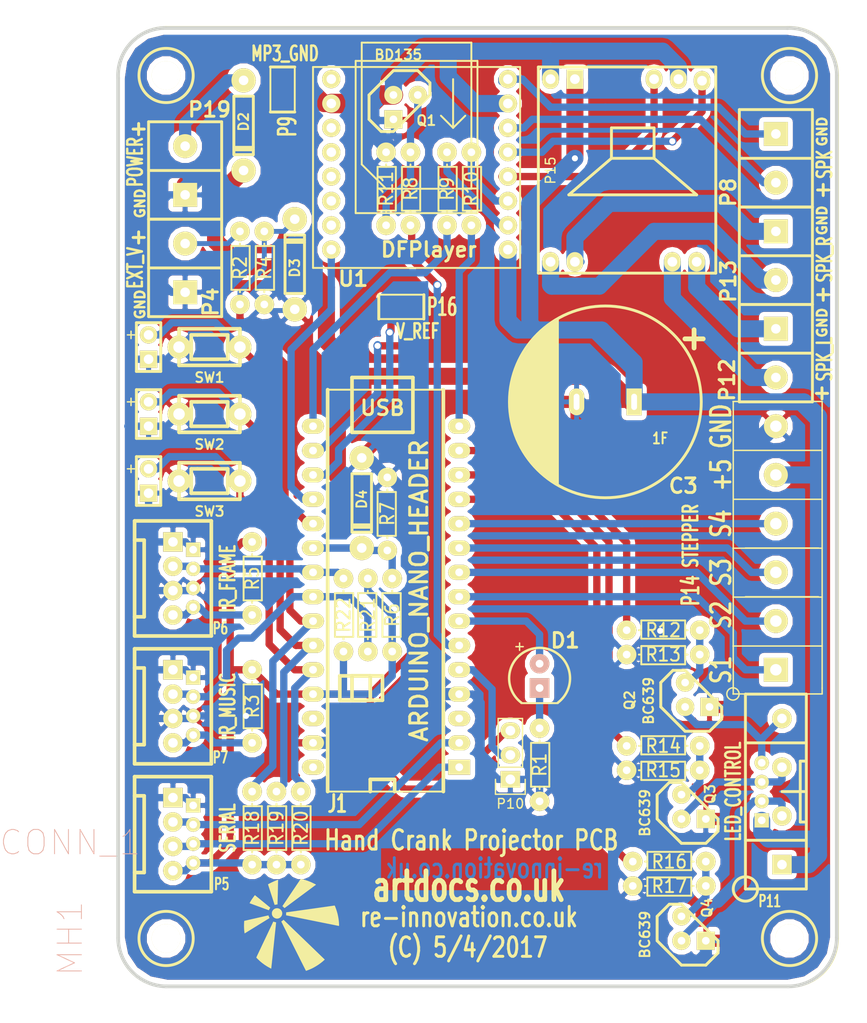
<source format=kicad_pcb>
(kicad_pcb (version 4) (host pcbnew 4.0.4-stable)
  (title_block (date "12 jul 2015"))
  (layers (0 Front signal) (31 Back signal) (34 B.Paste user) (35 F.Paste user) (36 B.SilkS user) (37 F.SilkS user) (38 B.Mask user) (39 F.Mask user) (44 Edge.Cuts user))
  (net 0 "")
  (net 1 +5V)
  (net 2 GND)
  (net 3 /LED)
  (net 4 "Net-(D2-Pad1)")
  (net 5 /EXT_V)
  (net 6 /PWR_V)
  (net 7 /Tx)
  (net 8 /Rx)
  (net 9 "Net-(J1-Pad5)")
  (net 10 /MP3_PWR)
  (net 11 /STEP1)
  (net 12 /STEP2)
  (net 13 /STEP3)
  (net 14 /STEP4)
  (net 15 /LED_R)
  (net 16 /LED_G)
  (net 17 /LED_B)
  (net 18 /MP3_Rx)
  (net 19 /MP3_Tx)
  (net 20 "Net-(J1-Pad17)")
  (net 21 "Net-(J1-Pad18)")
  (net 22 /MP3_BUSY)
  (net 23 /IR_FRAME)
  (net 24 /IR_MUSIC)
  (net 25 /SW3)
  (net 26 /SW2)
  (net 27 /SW1)
  (net 28 "Net-(P4-Pad2)")
  (net 29 "Net-(P6-Pad4)")
  (net 30 "Net-(P7-Pad4)")
  (net 31 "Net-(P8-Pad1)")
  (net 32 "Net-(P8-Pad2)")
  (net 33 "Net-(P11-Pad2)")
  (net 34 "Net-(P11-Pad3)")
  (net 35 "Net-(P11-Pad4)")
  (net 36 "Net-(P12-Pad1)")
  (net 37 "Net-(P12-Pad2)")
  (net 38 "Net-(P13-Pad1)")
  (net 39 "Net-(P13-Pad2)")
  (net 40 /AN_R)
  (net 41 /AN_L)
  (net 42 "Net-(Q1-Pad2)")
  (net 43 "Net-(Q2-Pad2)")
  (net 44 "Net-(Q3-Pad2)")
  (net 45 "Net-(Q4-Pad2)")
  (net 46 "Net-(R9-Pad1)")
  (net 47 "Net-(R10-Pad1)")
  (net 48 "Net-(D1-Pad1)")
  (net 49 "Net-(P15-Pad4)")
  (module REInnovationFootprint:PCB_75x100mm (layer Front) (at 36.195 138.43)
    (fp_text reference MH1 (at -5 -5 90) (layer B.SilkS) (effects (font (size 2.54 2.54) (thickness 0.0889))))
    (fp_text value CONN_1 (at -5 -15) (layer B.SilkS) (effects (font (size 2.54 2.54) (thickness 0.0889))))
    (pad "" np_thru_hole circle (at 70 -95) (size 3 3) (drill 3) (layers *.Cu *.Mask F.SilkS))
    (pad "" np_thru_hole circle (at 5 -95) (size 3 3) (drill 3) (layers *.Cu *.Mask F.SilkS))
    (pad "" np_thru_hole circle (at 5 -5) (size 3 3) (drill 3) (layers *.Cu *.Mask F.SilkS))
    (pad "" np_thru_hole circle (at 70 -5) (size 3 3) (drill 3) (layers *.Cu *.Mask F.SilkS))
  )
  (module REInnovationFootprint:TH_LED-5MM_larg_pad (layer Front) (at 80.137 106.045 270)
    (fp_text reference D1 (at -3.683 -2.667 360) (layer F.SilkS) (effects (font (thickness 0.3048))))
    (fp_text value LED hide)
    (fp_text user + (at -3.048 2.159 270) (layer F.SilkS))
    (pad 2 thru_hole circle (at -1.27 0 270) (size 2.032 2.032) (drill 0.8128) (layers *.Cu *.SilkS *.Mask F.Paste) (net 3 /LED))
    (pad 1 thru_hole rect (at 1.27 0 270) (size 2.032 2.032) (drill 0.8128) (layers *.Cu *.SilkS *.Mask F.Paste) (net 48 "Net-(D1-Pad1)"))
  )
  (module REInnovationFootprint:TH_Diode_1 (layer Front) (at 49.276 48.26 270)
    (fp_text reference D2 (at 0 0 270) (layer F.SilkS) (effects (font (size 1.016 1.016) (thickness 0.2032))))
    (fp_text value 1N4001 hide)
    (pad 2 thru_hole circle (at 5.08 0 270) (size 2.54 2.54) (drill 1.00076) (layers *.Cu *.Mask F.SilkS) (net 1 +5V))
    (pad 1 thru_hole circle (at -4.318 0 270) (size 2.54 2.54) (drill 1.00076) (layers *.Cu *.Mask F.SilkS) (net 4 "Net-(D2-Pad1)"))
  )
  (module REInnovationFootprint:TH_Diode_1 (layer Front) (at 54.61 63.5 90)
    (fp_text reference D3 (at 0 0 90) (layer F.SilkS) (effects (font (size 1.016 1.016) (thickness 0.2032))))
    (fp_text value 5V1 hide)
    (pad 2 thru_hole circle (at 5.08 0 90) (size 2.54 2.54) (drill 1.00076) (layers *.Cu *.Mask F.SilkS) (net 5 /EXT_V))
    (pad 1 thru_hole circle (at -4.318 0 90) (size 2.54 2.54) (drill 1.00076) (layers *.Cu *.Mask F.SilkS) (net 2 GND))
  )
  (module REInnovationFootprint:TH_Diode_1 (layer Front) (at 61.595 87.63 270)
    (fp_text reference D4 (at 0 0 270) (layer F.SilkS) (effects (font (size 1.016 1.016) (thickness 0.2032))))
    (fp_text value 5V1 hide)
    (pad 2 thru_hole circle (at 5.08 0 270) (size 2.54 2.54) (drill 1.00076) (layers *.Cu *.Mask F.SilkS) (net 6 /PWR_V))
    (pad 1 thru_hole circle (at -4.318 0 270) (size 2.54 2.54) (drill 1.00076) (layers *.Cu *.Mask F.SilkS) (net 2 GND))
  )
  (module REInnovationFootprint:SIL-2_screw_terminal (layer Front) (at 43.18 66.04 90)
    (fp_text reference P4 (at -1.016 2.667 270) (layer F.SilkS) (effects (font (thickness 0.3048))))
    (fp_text value EXT_V (at 2.54 -5.207 90) (layer F.SilkS) (effects (font (size 1.524 1.016) (thickness 0.254))))
    (fp_text user GND (at -1.27 -4.699 270) (layer F.SilkS) (effects (font (thickness 0.25))))
    (fp_text user + (at 5.715 -4.953 90) (layer F.SilkS) (effects (font (thickness 0.3048))))
    (pad 1 thru_hole rect (at 0 0 90) (size 2.49936 2.49936) (drill 1.00076) (layers *.Cu *.Mask F.SilkS) (net 2 GND))
    (pad 2 thru_hole circle (at 5.08 0 90) (size 2.49936 2.49936) (drill 1.00076) (layers *.Cu *.Mask F.SilkS) (net 28 "Net-(P4-Pad2)"))
  )
  (module REInnovationFootprint:SIL-2_screw_terminal (layer Front) (at 104.775 49.53 270)
    (fp_text reference P8 (at 6.096 4.953 450) (layer F.SilkS) (effects (font (thickness 0.3048))))
    (fp_text value SPK (at 3.175 -5.08 270) (layer F.SilkS) (effects (font (size 1.524 1.016) (thickness 0.254))))
    (fp_text user GND (at -0.254 -4.826 450) (layer F.SilkS) (effects (font (thickness 0.25))))
    (fp_text user + (at 5.842 -4.826 270) (layer F.SilkS) (effects (font (thickness 0.3048))))
    (pad 1 thru_hole rect (at 0 0 270) (size 2.49936 2.49936) (drill 1.00076) (layers *.Cu *.Mask F.SilkS) (net 31 "Net-(P8-Pad1)"))
    (pad 2 thru_hole circle (at 5.08 0 270) (size 2.49936 2.49936) (drill 1.00076) (layers *.Cu *.Mask F.SilkS) (net 32 "Net-(P8-Pad2)"))
  )
  (module REInnovationFootprint:SM_2_SLDR_JMP (layer Front) (at 53.34 46.355 270)
    (fp_text reference P9 (at 2.413 -0.508 270) (layer F.SilkS) (effects (font (size 1.7907 1.07696) (thickness 0.26924))))
    (fp_text value MP3_GND (at -5.207 -0.254 360) (layer F.SilkS) (effects (font (size 1.524 1.016) (thickness 0.254))))
    (pad 1 smd rect (at -2.54 0 270) (size 2.032 2.032) (layers Front F.Paste F.Mask) (net 49 "Net-(P15-Pad4)"))
    (pad 2 smd rect (at -0.381 0 270) (size 2.032 2.032) (layers Front F.Paste F.Mask) (net 2 GND))
  )
  (module REInnovationFootprint:Pin_Header_Straight_1x03 (layer Front) (at 77.089 116.84 180)
    (fp_text reference P10 (at 0 -2.54 180) (layer F.SilkS))
    (fp_text value D2 hide)
    (pad 1 thru_hole rect (at 0 0 180) (size 2.032 1.7272) (drill 1.016) (layers *.Cu *.Mask F.SilkS) (net 2 GND))
    (pad 2 thru_hole oval (at 0 2.54 180) (size 2.032 1.7272) (drill 1.016) (layers *.Cu *.Mask F.SilkS) (net 9 "Net-(J1-Pad5)"))
    (pad 3 thru_hole oval (at 0 5.08 180) (size 2.032 1.7272) (drill 1.016) (layers *.Cu *.Mask F.SilkS) (net 1 +5V))
  )
  (module REInnovationFootprint:SIL-4_Grove_SCREW (layer Front) (at 105.41 118.11 90)
    (fp_text reference P11 (at -11.43 -1.27 180) (layer F.SilkS) (effects (font (size 1.2 0.8) (thickness 0.2))))
    (fp_text value LED_CONTROL (at 0 -5.08 270) (layer F.SilkS) (effects (font (size 1.524 1.016) (thickness 0.254))))
    (pad 1 thru_hole rect (at -7.62 0 90) (size 2.032 2.032) (drill 1.00076) (layers *.Cu *.Mask F.SilkS) (net 1 +5V))
    (pad 2 thru_hole circle (at -2.54 0 90) (size 2.032 2.032) (drill 1.00076) (layers *.Cu *.Mask F.SilkS) (net 33 "Net-(P11-Pad2)"))
    (pad 3 thru_hole circle (at 2.54 0 90) (size 2.032 2.032) (drill 1.00076) (layers *.Cu *.Mask F.SilkS) (net 34 "Net-(P11-Pad3)"))
    (pad 4 thru_hole circle (at 7.62 0 90) (size 2.032 2.032) (drill 1.00076) (layers *.Cu *.Mask F.SilkS) (net 35 "Net-(P11-Pad4)"))
    (pad 1 thru_hole rect (at -3 -2.111 90) (size 1.5 1.5) (drill 0.8) (layers *.Cu *.Mask F.SilkS) (net 1 +5V))
    (pad 2 thru_hole circle (at -1 -2.111 90) (size 1.5 1.5) (drill 0.8) (layers *.Cu *.Mask F.SilkS) (net 33 "Net-(P11-Pad2)"))
    (pad 3 thru_hole circle (at 1 -2.111 90) (size 1.5 1.5) (drill 0.8) (layers *.Cu *.Mask F.SilkS) (net 34 "Net-(P11-Pad3)"))
    (pad 4 thru_hole circle (at 3 -2.111 90) (size 1.5 1.5) (drill 0.8) (layers *.Cu *.Mask F.SilkS) (net 35 "Net-(P11-Pad4)"))
  )
  (module REInnovationFootprint:SIL-2_screw_terminal (layer Front) (at 104.775 69.85 270)
    (fp_text reference P12 (at 5.334 5.08 450) (layer F.SilkS) (effects (font (thickness 0.3048))))
    (fp_text value SPK_L (at 3.175 -5.08 270) (layer F.SilkS) (effects (font (size 1.524 1.016) (thickness 0.254))))
    (fp_text user GND (at -0.635 -4.826 450) (layer F.SilkS) (effects (font (thickness 0.25))))
    (fp_text user + (at 6.731 -4.699 270) (layer F.SilkS) (effects (font (thickness 0.3048))))
    (pad 1 thru_hole rect (at 0 0 270) (size 2.49936 2.49936) (drill 1.00076) (layers *.Cu *.Mask F.SilkS) (net 36 "Net-(P12-Pad1)"))
    (pad 2 thru_hole circle (at 5.08 0 270) (size 2.49936 2.49936) (drill 1.00076) (layers *.Cu *.Mask F.SilkS) (net 37 "Net-(P12-Pad2)"))
  )
  (module REInnovationFootprint:SIL-2_screw_terminal (layer Front) (at 104.775 59.69 270)
    (fp_text reference P13 (at 5.207 4.953 450) (layer F.SilkS) (effects (font (thickness 0.3048))))
    (fp_text value SPK_R (at 2.921 -5.08 270) (layer F.SilkS) (effects (font (size 1.524 1.016) (thickness 0.254))))
    (fp_text user GND (at -1.143 -4.826 450) (layer F.SilkS) (effects (font (thickness 0.25))))
    (fp_text user + (at 6.604 -4.826 270) (layer F.SilkS) (effects (font (thickness 0.3048))))
    (pad 1 thru_hole rect (at 0 0 270) (size 2.49936 2.49936) (drill 1.00076) (layers *.Cu *.Mask F.SilkS) (net 38 "Net-(P13-Pad1)"))
    (pad 2 thru_hole circle (at 5.08 0 270) (size 2.49936 2.49936) (drill 1.00076) (layers *.Cu *.Mask F.SilkS) (net 39 "Net-(P13-Pad2)"))
  )
  (module REInnovationFootprint:SIL-2_screw_terminal (layer Front) (at 43.18 55.88 90)
    (fp_text reference P19 (at 8.89 2.54 360) (layer F.SilkS) (effects (font (thickness 0.3048))))
    (fp_text value POWER (at 3.429 -5.207 90) (layer F.SilkS) (effects (font (size 1.524 1.016) (thickness 0.254))))
    (fp_text user GND (at -0.889 -4.699 270) (layer F.SilkS) (effects (font (thickness 0.25))))
    (fp_text user + (at 6.858 -4.953 90) (layer F.SilkS) (effects (font (thickness 0.3048))))
    (pad 1 thru_hole rect (at 0 0 90) (size 2.49936 2.49936) (drill 1.00076) (layers *.Cu *.Mask F.SilkS) (net 2 GND))
    (pad 2 thru_hole circle (at 5.08 0 90) (size 2.49936 2.49936) (drill 1.00076) (layers *.Cu *.Mask F.SilkS) (net 4 "Net-(D2-Pad1)"))
  )
  (module REInnovationFootprint:TH_Resistor_1 (layer Front) (at 80.137 115.316 270)
    (fp_text reference R1 (at 0 0 270) (layer F.SilkS) (effects (font (size 1.397 1.27) (thickness 0.2032))))
    (fp_text value 330 hide)
    (pad 1 thru_hole circle (at -3.81 0 270) (size 2.032 2.032) (drill 0.8001) (layers *.Cu *.Mask F.SilkS) (net 48 "Net-(D1-Pad1)"))
    (pad 2 thru_hole circle (at 3.81 0 270) (size 2.032 2.032) (drill 0.8001) (layers *.Cu *.Mask F.SilkS) (net 2 GND))
  )
  (module REInnovationFootprint:TH_Resistor_1 (layer Front) (at 48.895 63.5 270)
    (fp_text reference R2 (at 0 0 270) (layer F.SilkS) (effects (font (size 1.397 1.27) (thickness 0.2032))))
    (fp_text value 560k hide)
    (pad 1 thru_hole circle (at -3.81 0 270) (size 2.032 2.032) (drill 0.8001) (layers *.Cu *.Mask F.SilkS) (net 28 "Net-(P4-Pad2)"))
    (pad 2 thru_hole circle (at 3.81 0 270) (size 2.032 2.032) (drill 0.8001) (layers *.Cu *.Mask F.SilkS) (net 5 /EXT_V))
  )
  (module REInnovationFootprint:TH_Resistor_1 (layer Front) (at 50.165 109.22 270)
    (fp_text reference R3 (at 0 0 270) (layer F.SilkS) (effects (font (size 1.397 1.27) (thickness 0.2032))))
    (fp_text value 1k hide)
    (pad 1 thru_hole circle (at -3.81 0 270) (size 2.032 2.032) (drill 0.8001) (layers *.Cu *.Mask F.SilkS) (net 1 +5V))
    (pad 2 thru_hole circle (at 3.81 0 270) (size 2.032 2.032) (drill 0.8001) (layers *.Cu *.Mask F.SilkS) (net 30 "Net-(P7-Pad4)"))
  )
  (module REInnovationFootprint:TH_Resistor_1 (layer Front) (at 51.435 63.5 270)
    (fp_text reference R4 (at 0 0 270) (layer F.SilkS) (effects (font (size 1.397 1.27) (thickness 0.2032))))
    (fp_text value 10k hide)
    (pad 1 thru_hole circle (at -3.81 0 270) (size 2.032 2.032) (drill 0.8001) (layers *.Cu *.Mask F.SilkS) (net 5 /EXT_V))
    (pad 2 thru_hole circle (at 3.81 0 270) (size 2.032 2.032) (drill 0.8001) (layers *.Cu *.Mask F.SilkS) (net 2 GND))
  )
  (module REInnovationFootprint:TH_Resistor_1 (layer Front) (at 50.165 95.885 270)
    (fp_text reference R5 (at 0 0 270) (layer F.SilkS) (effects (font (size 1.397 1.27) (thickness 0.2032))))
    (fp_text value 1k hide)
    (pad 1 thru_hole circle (at -3.81 0 270) (size 2.032 2.032) (drill 0.8001) (layers *.Cu *.Mask F.SilkS) (net 1 +5V))
    (pad 2 thru_hole circle (at 3.81 0 270) (size 2.032 2.032) (drill 0.8001) (layers *.Cu *.Mask F.SilkS) (net 29 "Net-(P6-Pad4)"))
  )
  (module REInnovationFootprint:TH_Resistor_1 (layer Front) (at 64.77 99.695 90)
    (fp_text reference R6 (at 0 0 90) (layer F.SilkS) (effects (font (size 1.397 1.27) (thickness 0.2032))))
    (fp_text value 100k hide)
    (pad 1 thru_hole circle (at -3.81 0 90) (size 2.032 2.032) (drill 0.8001) (layers *.Cu *.Mask F.SilkS) (net 1 +5V))
    (pad 2 thru_hole circle (at 3.81 0 90) (size 2.032 2.032) (drill 0.8001) (layers *.Cu *.Mask F.SilkS) (net 6 /PWR_V))
  )
  (module REInnovationFootprint:TH_Resistor_1 (layer Front) (at 64.262 89.154 90)
    (fp_text reference R7 (at 0 0 90) (layer F.SilkS) (effects (font (size 1.397 1.27) (thickness 0.2032))))
    (fp_text value 100k hide)
    (pad 1 thru_hole circle (at -3.81 0 90) (size 2.032 2.032) (drill 0.8001) (layers *.Cu *.Mask F.SilkS) (net 6 /PWR_V))
    (pad 2 thru_hole circle (at 3.81 0 90) (size 2.032 2.032) (drill 0.8001) (layers *.Cu *.Mask F.SilkS) (net 2 GND))
  )
  (module REInnovationFootprint:TH_Resistor_1 (layer Front) (at 66.675 55.245 270)
    (fp_text reference R8 (at 0 0 270) (layer F.SilkS) (effects (font (size 1.397 1.27) (thickness 0.2032))))
    (fp_text value 10 hide)
    (pad 1 thru_hole circle (at -3.81 0 270) (size 2.032 2.032) (drill 0.8001) (layers *.Cu *.Mask F.SilkS) (net 42 "Net-(Q1-Pad2)"))
    (pad 2 thru_hole circle (at 3.81 0 270) (size 2.032 2.032) (drill 0.8001) (layers *.Cu *.Mask F.SilkS) (net 10 /MP3_PWR))
  )
  (module REInnovationFootprint:TH_Resistor_1 (layer Front) (at 70.485 55.245 270)
    (fp_text reference R9 (at 0 0 270) (layer F.SilkS) (effects (font (size 1.397 1.27) (thickness 0.2032))))
    (fp_text value 1k hide)
    (pad 1 thru_hole circle (at -3.81 0 270) (size 2.032 2.032) (drill 0.8001) (layers *.Cu *.Mask F.SilkS) (net 46 "Net-(R9-Pad1)"))
    (pad 2 thru_hole circle (at 3.81 0 270) (size 2.032 2.032) (drill 0.8001) (layers *.Cu *.Mask F.SilkS) (net 19 /MP3_Tx))
  )
  (module REInnovationFootprint:TH_Resistor_1 (layer Front) (at 73.025 55.245 270)
    (fp_text reference R10 (at 0 0 270) (layer F.SilkS) (effects (font (size 1.397 1.27) (thickness 0.2032))))
    (fp_text value 1k hide)
    (pad 1 thru_hole circle (at -3.81 0 270) (size 2.032 2.032) (drill 0.8001) (layers *.Cu *.Mask F.SilkS) (net 47 "Net-(R10-Pad1)"))
    (pad 2 thru_hole circle (at 3.81 0 270) (size 2.032 2.032) (drill 0.8001) (layers *.Cu *.Mask F.SilkS) (net 18 /MP3_Rx))
  )
  (module REInnovationFootprint:TH_Resistor_1 (layer Front) (at 64.135 55.245 270)
    (fp_text reference R11 (at 0 0 270) (layer F.SilkS) (effects (font (size 1.397 1.27) (thickness 0.2032))))
    (fp_text value 100k hide)
    (pad 1 thru_hole circle (at -3.81 0 270) (size 2.032 2.032) (drill 0.8001) (layers *.Cu *.Mask F.SilkS) (net 2 GND))
    (pad 2 thru_hole circle (at 3.81 0 270) (size 2.032 2.032) (drill 0.8001) (layers *.Cu *.Mask F.SilkS) (net 42 "Net-(Q1-Pad2)"))
  )
  (module REInnovationFootprint:TH_Resistor_1 (layer Front) (at 93.0275 101.2825)
    (fp_text reference R12 (at 0 0) (layer F.SilkS) (effects (font (size 1.397 1.27) (thickness 0.2032))))
    (fp_text value 10 hide)
    (pad 1 thru_hole circle (at -3.81 0) (size 2.032 2.032) (drill 0.8001) (layers *.Cu *.Mask F.SilkS) (net 17 /LED_B))
    (pad 2 thru_hole circle (at 3.81 0) (size 2.032 2.032) (drill 0.8001) (layers *.Cu *.Mask F.SilkS) (net 43 "Net-(Q2-Pad2)"))
  )
  (module REInnovationFootprint:TH_Resistor_1 (layer Front) (at 93.0275 103.8225 180)
    (fp_text reference R13 (at 0 0 180) (layer F.SilkS) (effects (font (size 1.397 1.27) (thickness 0.2032))))
    (fp_text value 100k hide)
    (pad 1 thru_hole circle (at -3.81 0 180) (size 2.032 2.032) (drill 0.8001) (layers *.Cu *.Mask F.SilkS) (net 43 "Net-(Q2-Pad2)"))
    (pad 2 thru_hole circle (at 3.81 0 180) (size 2.032 2.032) (drill 0.8001) (layers *.Cu *.Mask F.SilkS) (net 2 GND))
  )
  (module REInnovationFootprint:TH_Resistor_1 (layer Front) (at 93.0275 113.3475)
    (fp_text reference R14 (at 0 0) (layer F.SilkS) (effects (font (size 1.397 1.27) (thickness 0.2032))))
    (fp_text value 10 hide)
    (pad 1 thru_hole circle (at -3.81 0) (size 2.032 2.032) (drill 0.8001) (layers *.Cu *.Mask F.SilkS) (net 16 /LED_G))
    (pad 2 thru_hole circle (at 3.81 0) (size 2.032 2.032) (drill 0.8001) (layers *.Cu *.Mask F.SilkS) (net 44 "Net-(Q3-Pad2)"))
  )
  (module REInnovationFootprint:TH_Resistor_1 (layer Front) (at 93.0275 115.8875 180)
    (fp_text reference R15 (at 0 0 180) (layer F.SilkS) (effects (font (size 1.397 1.27) (thickness 0.2032))))
    (fp_text value 100k hide)
    (pad 1 thru_hole circle (at -3.81 0 180) (size 2.032 2.032) (drill 0.8001) (layers *.Cu *.Mask F.SilkS) (net 44 "Net-(Q3-Pad2)"))
    (pad 2 thru_hole circle (at 3.81 0 180) (size 2.032 2.032) (drill 0.8001) (layers *.Cu *.Mask F.SilkS) (net 2 GND))
  )
  (module REInnovationFootprint:TH_Resistor_1 (layer Front) (at 93.6625 125.4125)
    (fp_text reference R16 (at 0 0) (layer F.SilkS) (effects (font (size 1.397 1.27) (thickness 0.2032))))
    (fp_text value 10 hide)
    (pad 1 thru_hole circle (at -3.81 0) (size 2.032 2.032) (drill 0.8001) (layers *.Cu *.Mask F.SilkS) (net 15 /LED_R))
    (pad 2 thru_hole circle (at 3.81 0) (size 2.032 2.032) (drill 0.8001) (layers *.Cu *.Mask F.SilkS) (net 45 "Net-(Q4-Pad2)"))
  )
  (module REInnovationFootprint:TH_Resistor_1 (layer Front) (at 93.6625 127.9525 180)
    (fp_text reference R17 (at 0 0 180) (layer F.SilkS) (effects (font (size 1.397 1.27) (thickness 0.2032))))
    (fp_text value 100k hide)
    (pad 1 thru_hole circle (at -3.81 0 180) (size 2.032 2.032) (drill 0.8001) (layers *.Cu *.Mask F.SilkS) (net 45 "Net-(Q4-Pad2)"))
    (pad 2 thru_hole circle (at 3.81 0 180) (size 2.032 2.032) (drill 0.8001) (layers *.Cu *.Mask F.SilkS) (net 2 GND))
  )
  (module matts_components:SW_PUSH_single_pins (layer Front) (at 45.72 71.755 180)
    (fp_text reference SW1 (at 0 -3.175 180) (layer F.SilkS) (effects (font (size 1.016 1.016) (thickness 0.2032))))
    (fp_text value SW_PUSH hide)
    (pad 2 thru_hole circle (at 3.175 0 180) (size 2.4003 2.4003) (drill 1.19888) (layers *.Cu *.Mask F.SilkS) (net 2 GND))
    (pad 1 thru_hole circle (at -3.175 0 180) (size 2.4003 2.4003) (drill 1.19888) (layers *.Cu *.Mask F.SilkS) (net 27 /SW1))
  )
  (module matts_components:SW_PUSH_single_pins (layer Front) (at 45.72 78.74 180)
    (fp_text reference SW2 (at 0 -3.175 180) (layer F.SilkS) (effects (font (size 1.016 1.016) (thickness 0.2032))))
    (fp_text value SW_PUSH hide)
    (pad 2 thru_hole circle (at 3.175 0 180) (size 2.4003 2.4003) (drill 1.19888) (layers *.Cu *.Mask F.SilkS) (net 2 GND))
    (pad 1 thru_hole circle (at -3.175 0 180) (size 2.4003 2.4003) (drill 1.19888) (layers *.Cu *.Mask F.SilkS) (net 26 /SW2))
  )
  (module matts_components:SW_PUSH_single_pins (layer Front) (at 45.72 85.725 180)
    (fp_text reference SW3 (at 0 -3.175 180) (layer F.SilkS) (effects (font (size 1.016 1.016) (thickness 0.2032))))
    (fp_text value SW_PUSH hide)
    (pad 2 thru_hole circle (at 3.175 0 180) (size 2.4003 2.4003) (drill 1.19888) (layers *.Cu *.Mask F.SilkS) (net 2 GND))
    (pad 1 thru_hole circle (at -3.175 0 180) (size 2.4003 2.4003) (drill 1.19888) (layers *.Cu *.Mask F.SilkS) (net 25 /SW3))
  )
  (module REInnovationFootprint:SIL-2_large_hole (layer Front) (at 39.37 71.755 90)
    (fp_text reference P1 hide)
    (fp_text value SW1 hide)
    (fp_text user + (at 1.27 -1.905 90) (layer F.SilkS))
    (pad 1 thru_hole rect (at -1.27 0 90) (size 1.80086 1.80086) (drill 1.00076) (layers *.Cu *.Mask F.SilkS) (net 2 GND))
    (pad 2 thru_hole circle (at 1.27 0 90) (size 1.80086 1.80086) (drill 1.00076) (layers *.Cu *.Mask F.SilkS) (net 27 /SW1))
  )
  (module REInnovationFootprint:SIL-2_large_hole (layer Front) (at 39.37 78.74 90)
    (fp_text reference P2 hide)
    (fp_text value SW2 hide)
    (fp_text user + (at 1.27 -1.905 90) (layer F.SilkS))
    (pad 1 thru_hole rect (at -1.27 0 90) (size 1.80086 1.80086) (drill 1.00076) (layers *.Cu *.Mask F.SilkS) (net 2 GND))
    (pad 2 thru_hole circle (at 1.27 0 90) (size 1.80086 1.80086) (drill 1.00076) (layers *.Cu *.Mask F.SilkS) (net 26 /SW2))
  )
  (module REInnovationFootprint:SIL-2_large_hole (layer Front) (at 39.37 85.725 90)
    (fp_text reference P3 hide)
    (fp_text value SW3 hide)
    (fp_text user + (at 1.27 -1.905 90) (layer F.SilkS))
    (pad 1 thru_hole rect (at -1.27 0 90) (size 1.80086 1.80086) (drill 1.00076) (layers *.Cu *.Mask F.SilkS) (net 2 GND))
    (pad 2 thru_hole circle (at 1.27 0 90) (size 1.80086 1.80086) (drill 1.00076) (layers *.Cu *.Mask F.SilkS) (net 25 /SW3))
  )
  (module matts_components:SIL-4_Grove_SIL (layer Front) (at 41.91 122.555 270)
    (fp_text reference P5 (at 5.207 -5.08 360) (layer F.SilkS) (effects (font (size 1.2 0.8) (thickness 0.2))))
    (fp_text value SERIAL (at -0.635 -5.715 270) (layer F.SilkS) (effects (font (size 1.524 1.016) (thickness 0.254))))
    (pad 1 thru_hole rect (at -3.81 0 270) (size 2.032 2.032) (drill 1.00076) (layers *.Cu *.Mask F.SilkS) (net 2 GND))
    (pad 2 thru_hole circle (at -1.27 0 270) (size 2.032 2.032) (drill 1.00076) (layers *.Cu *.Mask F.SilkS) (net 8 /Rx))
    (pad 3 thru_hole circle (at 1.27 0 270) (size 2.032 2.032) (drill 1.00076) (layers *.Cu *.Mask F.SilkS) (net 7 /Tx))
    (pad 4 thru_hole circle (at 3.81 0 270) (size 2.032 2.032) (drill 1.00076) (layers *.Cu *.Mask F.SilkS) (net 1 +5V))
    (pad 1 thru_hole rect (at -3 -2.111 270) (size 1.5 1.5) (drill 0.8) (layers *.Cu *.Mask F.SilkS) (net 2 GND))
    (pad 2 thru_hole circle (at -1 -2.111 270) (size 1.5 1.5) (drill 0.8) (layers *.Cu *.Mask F.SilkS) (net 8 /Rx))
    (pad 3 thru_hole circle (at 1 -2.111 270) (size 1.5 1.5) (drill 0.8) (layers *.Cu *.Mask F.SilkS) (net 7 /Tx))
    (pad 4 thru_hole circle (at 3 -2.111 270) (size 1.5 1.5) (drill 0.8) (layers *.Cu *.Mask F.SilkS) (net 1 +5V))
  )
  (module matts_components:SIL-4_Grove_SIL (layer Front) (at 41.91 95.885 270)
    (fp_text reference P6 (at 5.207 -4.953 360) (layer F.SilkS) (effects (font (size 1.2 0.8) (thickness 0.2))))
    (fp_text value IR_FRAME (at 0 -5.715 450) (layer F.SilkS) (effects (font (size 1.524 1.016) (thickness 0.254))))
    (pad 1 thru_hole rect (at -3.81 0 270) (size 2.032 2.032) (drill 1.00076) (layers *.Cu *.Mask F.SilkS) (net 2 GND))
    (pad 2 thru_hole circle (at -1.27 0 270) (size 2.032 2.032) (drill 1.00076) (layers *.Cu *.Mask F.SilkS) (net 23 /IR_FRAME))
    (pad 3 thru_hole circle (at 1.27 0 270) (size 2.032 2.032) (drill 1.00076) (layers *.Cu *.Mask F.SilkS) (net 2 GND))
    (pad 4 thru_hole circle (at 3.81 0 270) (size 2.032 2.032) (drill 1.00076) (layers *.Cu *.Mask F.SilkS) (net 29 "Net-(P6-Pad4)"))
    (pad 1 thru_hole rect (at -3 -2.111 270) (size 1.5 1.5) (drill 0.8) (layers *.Cu *.Mask F.SilkS) (net 2 GND))
    (pad 2 thru_hole circle (at -1 -2.111 270) (size 1.5 1.5) (drill 0.8) (layers *.Cu *.Mask F.SilkS) (net 23 /IR_FRAME))
    (pad 3 thru_hole circle (at 1 -2.111 270) (size 1.5 1.5) (drill 0.8) (layers *.Cu *.Mask F.SilkS) (net 2 GND))
    (pad 4 thru_hole circle (at 3 -2.111 270) (size 1.5 1.5) (drill 0.8) (layers *.Cu *.Mask F.SilkS) (net 29 "Net-(P6-Pad4)"))
  )
  (module matts_components:SIL-4_Grove_SIL (layer Front) (at 41.91 109.22 270)
    (fp_text reference P7 (at 5.334 -4.953 360) (layer F.SilkS) (effects (font (size 1.2 0.8) (thickness 0.2))))
    (fp_text value IR_MUSIC (at 0 -5.715 450) (layer F.SilkS) (effects (font (size 1.524 1.016) (thickness 0.254))))
    (pad 1 thru_hole rect (at -3.81 0 270) (size 2.032 2.032) (drill 1.00076) (layers *.Cu *.Mask F.SilkS) (net 2 GND))
    (pad 2 thru_hole circle (at -1.27 0 270) (size 2.032 2.032) (drill 1.00076) (layers *.Cu *.Mask F.SilkS) (net 24 /IR_MUSIC))
    (pad 3 thru_hole circle (at 1.27 0 270) (size 2.032 2.032) (drill 1.00076) (layers *.Cu *.Mask F.SilkS) (net 2 GND))
    (pad 4 thru_hole circle (at 3.81 0 270) (size 2.032 2.032) (drill 1.00076) (layers *.Cu *.Mask F.SilkS) (net 30 "Net-(P7-Pad4)"))
    (pad 1 thru_hole rect (at -3 -2.111 270) (size 1.5 1.5) (drill 0.8) (layers *.Cu *.Mask F.SilkS) (net 2 GND))
    (pad 2 thru_hole circle (at -1 -2.111 270) (size 1.5 1.5) (drill 0.8) (layers *.Cu *.Mask F.SilkS) (net 24 /IR_MUSIC))
    (pad 3 thru_hole circle (at 1 -2.111 270) (size 1.5 1.5) (drill 0.8) (layers *.Cu *.Mask F.SilkS) (net 2 GND))
    (pad 4 thru_hole circle (at 3 -2.111 270) (size 1.5 1.5) (drill 0.8) (layers *.Cu *.Mask F.SilkS) (net 30 "Net-(P7-Pad4)"))
  )
  (module REInnovationFootprint:C_1F_SuperCap (layer Front) (at 86.995 77.47 180)
    (fp_text reference C3 (at -8.128 -8.763 180) (layer F.SilkS) (effects (font (thickness 0.3048))))
    (fp_text value 1F (at -5.715 -3.81 180) (layer F.SilkS) (effects (font (size 1.143 0.889) (thickness 0.2032))))
    (fp_text user + (at -9.25 6.75 180) (layer F.SilkS) (effects (font (size 2.5 2.5) (thickness 0.5))))
    (pad 1 thru_hole rect (at -3 0 180) (size 1.6 2.8) (drill oval 0.6 1.7) (layers *.Cu *.Mask F.SilkS) (net 1 +5V))
    (pad 2 thru_hole oval (at 3 0 180) (size 1.6 2.8) (drill oval 0.6 1.7) (layers *.Cu *.Mask F.SilkS) (net 2 GND))
  )
  (module matts_components:reinnovation_logo_15mm (layer Front) (at 54.61 132.715)
    (fp_text reference LG1 hide)
    (fp_text value CONN_1 hide)
  )
  (module REInnovationFootprint:TO92-ECB_large_pad_BC639 (layer Front) (at 96.2025 132.3975 90)
    (fp_text reference Q4 (at 2.159 1.397 90) (layer F.SilkS) (effects (font (size 1.016 1.016) (thickness 0.2032))))
    (fp_text value BC639 (at -0.635 -5.08 90) (layer F.SilkS) (effects (font (size 1.016 1.016) (thickness 0.2032))))
    (pad 3 thru_hole rect (at -1.27 1.27 90) (size 1.905 1.905) (drill 0.8001) (layers *.Cu *.Mask F.SilkS) (net 2 GND))
    (pad 2 thru_hole circle (at 1.27 -1.27 90) (size 1.905 1.905) (drill 0.8001) (layers *.Cu *.Mask F.SilkS) (net 45 "Net-(Q4-Pad2)"))
    (pad 1 thru_hole circle (at -1.27 -1.27 90) (size 1.905 1.905) (drill 0.8001) (layers *.Cu *.Mask F.SilkS) (net 33 "Net-(P11-Pad2)"))
  )
  (module REInnovationFootprint:TO92-ECB_large_pad_BC639 (layer Front) (at 96.2025 119.6975 90)
    (fp_text reference Q3 (at 1.3335 1.7145 90) (layer F.SilkS) (effects (font (size 1.016 1.016) (thickness 0.2032))))
    (fp_text value BC639 (at -0.635 -5.08 90) (layer F.SilkS) (effects (font (size 1.016 1.016) (thickness 0.2032))))
    (pad 3 thru_hole rect (at -1.27 1.27 90) (size 1.905 1.905) (drill 0.8001) (layers *.Cu *.Mask F.SilkS) (net 2 GND))
    (pad 2 thru_hole circle (at 1.27 -1.27 90) (size 1.905 1.905) (drill 0.8001) (layers *.Cu *.Mask F.SilkS) (net 44 "Net-(Q3-Pad2)"))
    (pad 1 thru_hole circle (at -1.27 -1.27 90) (size 1.905 1.905) (drill 0.8001) (layers *.Cu *.Mask F.SilkS) (net 34 "Net-(P11-Pad3)"))
  )
  (module REInnovationFootprint:TO92-ECB_large_pad_BC639 (layer Front) (at 96.5835 108.0135 90)
    (fp_text reference Q2 (at -0.5715 -7.0485 90) (layer F.SilkS) (effects (font (size 1.016 1.016) (thickness 0.2032))))
    (fp_text value BC639 (at -0.635 -5.08 90) (layer F.SilkS) (effects (font (size 1.016 1.016) (thickness 0.2032))))
    (pad 3 thru_hole rect (at -1.27 1.27 90) (size 1.905 1.905) (drill 0.8001) (layers *.Cu *.Mask F.SilkS) (net 2 GND))
    (pad 2 thru_hole circle (at 1.27 -1.27 90) (size 1.905 1.905) (drill 0.8001) (layers *.Cu *.Mask F.SilkS) (net 43 "Net-(Q2-Pad2)"))
    (pad 1 thru_hole circle (at -1.27 -1.27 90) (size 1.905 1.905) (drill 0.8001) (layers *.Cu *.Mask F.SilkS) (net 35 "Net-(P11-Pad4)"))
  )
  (module REInnovationFootprint:TO92-ECB_large_pad_BC639 (layer Front) (at 66.167 46.736)
    (fp_text reference Q1 (at 2.159 1.397) (layer F.SilkS) (effects (font (size 1.016 1.016) (thickness 0.2032))))
    (fp_text value BD135 (at -0.762 -5.461) (layer F.SilkS) (effects (font (size 1.016 1.016) (thickness 0.2032))))
    (pad 3 thru_hole rect (at -1.27 1.27) (size 1.905 1.905) (drill 0.8001) (layers *.Cu *.Mask F.SilkS) (net 2 GND))
    (pad 2 thru_hole circle (at 1.27 -1.27) (size 1.905 1.905) (drill 0.8001) (layers *.Cu *.Mask F.SilkS) (net 42 "Net-(Q1-Pad2)"))
    (pad 1 thru_hole circle (at -1.27 -1.27) (size 1.905 1.905) (drill 0.8001) (layers *.Cu *.Mask F.SilkS) (net 49 "Net-(P15-Pad4)"))
  )
  (module REInnovationFootprint:SM_2_SLDR_JMP (layer Front) (at 67.183 67.564)
    (fp_text reference P16 (at 2.794 0) (layer F.SilkS) (effects (font (size 1.7907 1.07696) (thickness 0.26924))))
    (fp_text value V_REF (at 0.254 2.54) (layer F.SilkS) (effects (font (size 1.524 1.016) (thickness 0.254))))
    (pad 1 smd rect (at -2.54 0) (size 2.032 2.032) (layers Front F.Paste F.Mask) (net 21 "Net-(J1-Pad18)"))
    (pad 2 smd rect (at -0.381 0) (size 2.032 2.032) (layers Front F.Paste F.Mask) (net 20 "Net-(J1-Pad17)"))
  )
  (module REInnovationFootprint:NANO_DIP_30_600 (layer Front) (at 64.135 91.44 90)
    (fp_text reference J1 (at -27.94 -5.08 180) (layer F.SilkS) (effects (font (size 1.778 1.143) (thickness 0.3048))))
    (fp_text value ARDUINO_NANO_HEADER (at -5.715 3.429 90) (layer F.SilkS) (effects (font (size 1.778 1.778) (thickness 0.3048))))
    (fp_text user USB (at 13.335 -0.381 180) (layer F.SilkS) (effects (font (thickness 0.3048))))
    (pad 1 thru_hole rect (at -24.13 7.62 90) (size 1.5748 2.286) (drill 0.8128) (layers *.Cu *.Mask F.SilkS) (net 7 /Tx))
    (pad 2 thru_hole oval (at -21.59 7.62 90) (size 1.5748 2.286) (drill 0.8128) (layers *.Cu *.Mask F.SilkS) (net 8 /Rx))
    (pad 3 thru_hole oval (at -19.05 7.62 90) (size 1.5748 2.286) (drill 0.8128) (layers *.Cu *.Mask F.SilkS))
    (pad 4 thru_hole oval (at -16.51 7.62 90) (size 1.5748 2.286) (drill 0.8128) (layers *.Cu *.Mask F.SilkS) (net 2 GND))
    (pad 5 thru_hole oval (at -13.97 7.62 90) (size 1.5748 2.286) (drill 0.8128) (layers *.Cu *.Mask F.SilkS) (net 9 "Net-(J1-Pad5)"))
    (pad 6 thru_hole oval (at -11.43 7.62 90) (size 1.5748 2.286) (drill 0.8128) (layers *.Cu *.Mask F.SilkS) (net 10 /MP3_PWR))
    (pad 7 thru_hole oval (at -8.89 7.62 90) (size 1.5748 2.286) (drill 0.8128) (layers *.Cu *.Mask F.SilkS) (net 3 /LED))
    (pad 8 thru_hole oval (at -6.35 7.62 90) (size 1.5748 2.286) (drill 0.8128) (layers *.Cu *.Mask F.SilkS) (net 11 /STEP1))
    (pad 9 thru_hole oval (at -3.81 7.62 90) (size 1.5748 2.286) (drill 0.8128) (layers *.Cu *.Mask F.SilkS) (net 12 /STEP2))
    (pad 10 thru_hole oval (at -1.27 7.62 90) (size 1.5748 2.286) (drill 0.8128) (layers *.Cu *.Mask F.SilkS) (net 13 /STEP3))
    (pad 11 thru_hole oval (at 1.27 7.62 90) (size 1.5748 2.286) (drill 0.8128) (layers *.Cu *.Mask F.SilkS) (net 14 /STEP4))
    (pad 12 thru_hole oval (at 3.81 7.62 90) (size 1.5748 2.286) (drill 0.8128) (layers *.Cu *.Mask F.SilkS) (net 15 /LED_R))
    (pad 13 thru_hole oval (at 6.35 7.62 90) (size 1.5748 2.286) (drill 0.8128) (layers *.Cu *.Mask F.SilkS) (net 16 /LED_G))
    (pad 14 thru_hole oval (at 8.89 7.62 90) (size 1.5748 2.286) (drill 0.8128) (layers *.Cu *.Mask F.SilkS) (net 17 /LED_B))
    (pad 15 thru_hole oval (at 11.43 7.62 90) (size 1.5748 2.286) (drill 0.8128) (layers *.Cu *.Mask F.SilkS) (net 18 /MP3_Rx))
    (pad 16 thru_hole oval (at 11.43 -7.62 90) (size 1.5748 2.286) (drill 0.8128) (layers *.Cu *.Mask F.SilkS) (net 19 /MP3_Tx))
    (pad 17 thru_hole oval (at 8.89 -7.62 90) (size 1.5748 2.286) (drill 0.8128) (layers *.Cu *.Mask F.SilkS) (net 20 "Net-(J1-Pad17)"))
    (pad 18 thru_hole oval (at 6.35 -7.62 90) (size 1.5748 2.286) (drill 0.8128) (layers *.Cu *.Mask F.SilkS) (net 21 "Net-(J1-Pad18)"))
    (pad 19 thru_hole oval (at 3.81 -7.62 90) (size 1.5748 2.286) (drill 0.8128) (layers *.Cu *.Mask F.SilkS) (net 22 /MP3_BUSY))
    (pad 20 thru_hole oval (at 1.27 -7.62 90) (size 1.5748 2.286) (drill 0.8128) (layers *.Cu *.Mask F.SilkS) (net 5 /EXT_V))
    (pad 21 thru_hole oval (at -1.27 -7.62 90) (size 1.5748 2.286) (drill 0.8128) (layers *.Cu *.Mask F.SilkS) (net 6 /PWR_V))
    (pad 22 thru_hole oval (at -3.81 -7.62 90) (size 1.5748 2.286) (drill 0.8128) (layers *.Cu *.Mask F.SilkS) (net 23 /IR_FRAME))
    (pad 23 thru_hole oval (at -6.35 -7.62 90) (size 1.5748 2.286) (drill 0.8128) (layers *.Cu *.Mask F.SilkS) (net 24 /IR_MUSIC))
    (pad 24 thru_hole oval (at -8.89 -7.62 90) (size 1.5748 2.286) (drill 0.8128) (layers *.Cu *.Mask F.SilkS) (net 27 /SW1))
    (pad 25 thru_hole oval (at -11.43 -7.62 90) (size 1.5748 2.286) (drill 0.8128) (layers *.Cu *.Mask F.SilkS) (net 26 /SW2))
    (pad 26 thru_hole oval (at -13.97 -7.62 90) (size 1.5748 2.286) (drill 0.8128) (layers *.Cu *.Mask F.SilkS) (net 25 /SW3))
    (pad 27 thru_hole oval (at -16.51 -7.62 90) (size 1.5748 2.286) (drill 0.8128) (layers *.Cu *.Mask F.SilkS) (net 1 +5V))
    (pad 28 thru_hole oval (at -19.05 -7.62 90) (size 1.5748 2.286) (drill 0.8128) (layers *.Cu *.Mask F.SilkS))
    (pad 29 thru_hole oval (at -21.59 -7.62 90) (size 1.5748 2.286) (drill 0.8128) (layers *.Cu *.Mask F.SilkS) (net 2 GND))
    (pad 30 thru_hole oval (at -24.13 -7.62 90) (size 1.5748 2.286) (drill 0.8128) (layers *.Cu *.Mask F.SilkS))
  )
  (module REInnovationFootprint:TH_PAM8403_Amp (layer Front) (at 80.01 42.545 270)
    (fp_text reference P15 (at 10.795 -1.27 450) (layer F.SilkS))
    (fp_text value AMP_3WST hide)
    (pad 4 thru_hole oval (at 1.27 -14.605 270) (size 2.032 1.7272) (drill 1.016) (layers *.Cu *.Mask F.SilkS) (net 49 "Net-(P15-Pad4)"))
    (pad 1 thru_hole rect (at 1.27 -3.81 270) (size 2.032 1.7272) (drill 1.016) (layers *.Cu *.Mask F.SilkS) (net 1 +5V))
    (pad 2 thru_hole oval (at 1.43 -17.065 270) (size 2.032 1.7272) (drill 1.016) (layers *.Cu *.Mask F.SilkS) (net 41 /AN_L))
    (pad 3 thru_hole oval (at 1.27 -12.065 270) (size 2.032 1.7272) (drill 1.016) (layers *.Cu *.Mask F.SilkS) (net 40 /AN_R))
    (pad 4 thru_hole oval (at 1.27 -1.27 270) (size 2.032 1.7272) (drill 1.016) (layers *.Cu *.Mask F.SilkS) (net 49 "Net-(P15-Pad4)"))
    (pad 5 thru_hole oval (at 20.32 -16.51 270) (size 2.032 1.7272) (drill 1.016) (layers *.Cu *.Mask F.SilkS) (net 36 "Net-(P12-Pad1)"))
    (pad 6 thru_hole oval (at 20.32 -13.97 270) (size 2.032 1.7272) (drill 1.016) (layers *.Cu *.Mask F.SilkS) (net 37 "Net-(P12-Pad2)"))
    (pad 7 thru_hole oval (at 20.32 -3.81 270) (size 2.032 1.7272) (drill 1.016) (layers *.Cu *.Mask F.SilkS) (net 38 "Net-(P13-Pad1)"))
    (pad 8 thru_hole oval (at 20.32 -1.27 270) (size 2.032 1.7272) (drill 1.016) (layers *.Cu *.Mask F.SilkS) (net 39 "Net-(P13-Pad2)"))
  )
  (module REInnovationFootprint:TH_Resistor_1 (layer Front) (at 50.165 121.92 270)
    (fp_text reference R18 (at 0 0 270) (layer F.SilkS) (effects (font (size 1.397 1.27) (thickness 0.2032))))
    (fp_text value 10k hide)
    (pad 1 thru_hole circle (at -3.81 0 270) (size 2.032 2.032) (drill 0.8001) (layers *.Cu *.Mask F.SilkS) (net 27 /SW1))
    (pad 2 thru_hole circle (at 3.81 0 270) (size 2.032 2.032) (drill 0.8001) (layers *.Cu *.Mask F.SilkS) (net 1 +5V))
  )
  (module REInnovationFootprint:TH_Resistor_1 (layer Front) (at 52.705 121.92 270)
    (fp_text reference R19 (at 0 0 270) (layer F.SilkS) (effects (font (size 1.397 1.27) (thickness 0.2032))))
    (fp_text value 10k hide)
    (pad 1 thru_hole circle (at -3.81 0 270) (size 2.032 2.032) (drill 0.8001) (layers *.Cu *.Mask F.SilkS) (net 26 /SW2))
    (pad 2 thru_hole circle (at 3.81 0 270) (size 2.032 2.032) (drill 0.8001) (layers *.Cu *.Mask F.SilkS) (net 1 +5V))
  )
  (module REInnovationFootprint:TH_Resistor_1 (layer Front) (at 55.245 121.92 270)
    (fp_text reference R20 (at 0 0 270) (layer F.SilkS) (effects (font (size 1.397 1.27) (thickness 0.2032))))
    (fp_text value 10k hide)
    (pad 1 thru_hole circle (at -3.81 0 270) (size 2.032 2.032) (drill 0.8001) (layers *.Cu *.Mask F.SilkS) (net 25 /SW3))
    (pad 2 thru_hole circle (at 3.81 0 270) (size 2.032 2.032) (drill 0.8001) (layers *.Cu *.Mask F.SilkS) (net 1 +5V))
  )
  (module REInnovationFootprint:TH_Resistor_1 (layer Front) (at 62.23 99.695 90)
    (fp_text reference R21 (at 0 0 90) (layer F.SilkS) (effects (font (size 1.397 1.27) (thickness 0.2032))))
    (fp_text value 100k hide)
    (pad 1 thru_hole circle (at -3.81 0 90) (size 2.032 2.032) (drill 0.8001) (layers *.Cu *.Mask F.SilkS) (net 24 /IR_MUSIC))
    (pad 2 thru_hole circle (at 3.81 0 90) (size 2.032 2.032) (drill 0.8001) (layers *.Cu *.Mask F.SilkS) (net 1 +5V))
  )
  (module REInnovationFootprint:TH_Resistor_1 (layer Front) (at 59.69 99.695 270)
    (fp_text reference R22 (at 0 0 270) (layer F.SilkS) (effects (font (size 1.397 1.27) (thickness 0.2032))))
    (fp_text value 100k hide)
    (pad 1 thru_hole circle (at -3.81 0 270) (size 2.032 2.032) (drill 0.8001) (layers *.Cu *.Mask F.SilkS) (net 23 /IR_FRAME))
    (pad 2 thru_hole circle (at 3.81 0 270) (size 2.032 2.032) (drill 0.8001) (layers *.Cu *.Mask F.SilkS) (net 1 +5V))
  )
  (module REInnovationFootprint:TH_DFPlayer_Mini (layer Front) (at 76.2 61.595 180)
    (fp_text reference U1 (at 15.494 -3.048 360) (layer F.SilkS) (effects (font (thickness 0.3048))))
    (fp_text value DFPlayer (at 7.62 0 180) (layer F.SilkS) (effects (font (thickness 0.3048))))
    (pad 1 thru_hole circle (at -0.635 0 180) (size 1.9 1.9) (drill 1) (layers *.Cu *.Mask F.SilkS) (net 1 +5V))
    (pad 2 thru_hole circle (at -0.635 2.54 180) (size 1.9 1.9) (drill 1) (layers *.Cu *.Mask F.SilkS) (net 46 "Net-(R9-Pad1)"))
    (pad 3 thru_hole circle (at -0.635 5.08 180) (size 1.9 1.9) (drill 1) (layers *.Cu *.Mask F.SilkS) (net 47 "Net-(R10-Pad1)"))
    (pad 4 thru_hole circle (at -0.635 7.62 180) (size 1.9 1.9) (drill 1) (layers *.Cu *.Mask F.SilkS) (net 40 /AN_R))
    (pad 5 thru_hole circle (at -0.635 10.16 180) (size 1.9 1.9) (drill 1) (layers *.Cu *.Mask F.SilkS) (net 41 /AN_L))
    (pad 6 thru_hole circle (at -0.635 12.7 180) (size 1.9 1.9) (drill 1) (layers *.Cu *.Mask F.SilkS) (net 32 "Net-(P8-Pad2)"))
    (pad 7 thru_hole circle (at -0.635 15.24 180) (size 1.9 1.9) (drill 1) (layers *.Cu *.Mask F.SilkS) (net 49 "Net-(P15-Pad4)"))
    (pad 8 thru_hole circle (at -0.635 17.78 180) (size 1.9 1.9) (drill 1) (layers *.Cu *.Mask F.SilkS) (net 31 "Net-(P8-Pad1)"))
    (pad 9 thru_hole circle (at 17.78 17.78 180) (size 1.9 1.9) (drill 1) (layers *.Cu *.Mask F.SilkS))
    (pad 10 thru_hole circle (at 17.78 15.24 180) (size 1.9 1.9) (drill 1) (layers *.Cu *.Mask F.SilkS) (net 49 "Net-(P15-Pad4)"))
    (pad 11 thru_hole circle (at 17.78 12.7 180) (size 1.9 1.9) (drill 1) (layers *.Cu *.Mask F.SilkS))
    (pad 12 thru_hole circle (at 17.78 10.16 180) (size 1.9 1.9) (drill 1) (layers *.Cu *.Mask F.SilkS))
    (pad 13 thru_hole circle (at 17.78 7.62 180) (size 1.9 1.9) (drill 1) (layers *.Cu *.Mask F.SilkS))
    (pad 14 thru_hole circle (at 17.78 5.08 180) (size 1.9 1.9) (drill 1) (layers *.Cu *.Mask F.SilkS))
    (pad 15 thru_hole circle (at 17.78 2.54 180) (size 1.9 1.9) (drill 1) (layers *.Cu *.Mask F.SilkS))
    (pad 16 thru_hole circle (at 17.78 0 180) (size 1.9 1.9) (drill 1) (layers *.Cu *.Mask F.SilkS) (net 22 /MP3_BUSY))
  )
  (module REInnovationFootprint:TH_6W_SCREW_TERM (layer Front) (at 101.6 100.33 90)
    (fp_text reference P14 (at 3.175 -5.715 90) (layer F.SilkS) (effects (font (size 1.72974 1.08712) (thickness 0.27178))))
    (fp_text value STEPPER (at 8.89 -5.715 90) (layer F.SilkS) (effects (font (size 1.524 1.016) (thickness 0.254))))
    (pad 6 thru_hole circle (at 20.32 3.175 90) (size 2.49936 2.49936) (drill 1.2) (layers *.Cu *.Mask F.SilkS) (net 2 GND))
    (pad 4 thru_hole circle (at 10.16 3.175 90) (size 2.49936 2.49936) (drill 1.2) (layers *.Cu *.Mask F.SilkS) (net 14 /STEP4))
    (pad 5 thru_hole circle (at 15.24 3.175 90) (size 2.49936 2.49936) (drill 1.2) (layers *.Cu *.Mask F.SilkS) (net 1 +5V))
    (pad 3 thru_hole circle (at 5.08 3.175 90) (size 2.49936 2.49936) (drill 1.2) (layers *.Cu *.Mask F.SilkS) (net 13 /STEP3))
    (pad 1 thru_hole rect (at -5.08 3.175 90) (size 2.49936 2.49936) (drill 1.2) (layers *.Cu *.Mask F.SilkS) (net 11 /STEP1))
    (pad 2 thru_hole circle (at 0 3.175 90) (size 2.49936 2.49936) (drill 1.2) (layers *.Cu *.Mask F.SilkS) (net 12 /STEP2))
  )
  (gr_text S4 (at 99.06 90.17 90) (layer F.SilkS) (effects (font (size 2.032 1.524) (thickness 0.3048))))
  (gr_text S3 (at 99.06 95.25 90) (layer F.SilkS) (effects (font (size 2.032 1.524) (thickness 0.3048))))
  (gr_text S2 (at 99.06 99.695 90) (layer F.SilkS) (effects (font (size 2.032 1.524) (thickness 0.3048))))
  (gr_text S1 (at 99.06 105.41 90) (layer F.SilkS) (effects (font (size 2.032 1.524) (thickness 0.3048))))
  (gr_text GND (at 99.06 80.01 90) (layer F.SilkS) (effects (font (size 2.032 1.524) (thickness 0.3048))))
  (gr_text +5 (at 99.06 85.09 90) (layer F.SilkS) (effects (font (size 2.032 1.524) (thickness 0.3048))))
  (gr_line (start 36.195 133.35) (end 36.195 43.688) (angle 90) (layer Edge.Cuts) (width 0.381))
  (gr_line (start 106.045 138.43) (end 41.148 138.43) (angle 90) (layer Edge.Cuts) (width 0.381))
  (gr_line (start 111.125 43.307) (end 111.125 133.35) (angle 90) (layer Edge.Cuts) (width 0.381))
  (gr_arc (start 106.172 43.434) (end 105.918 38.481) (angle 90) (layer Edge.Cuts) (width 0.381))
  (gr_line (start 40.894 38.481) (end 106.045 38.481) (angle 90) (layer Edge.Cuts) (width 0.381))
  (gr_arc (start 41.148 43.434) (end 36.195 43.688) (angle 90) (layer Edge.Cuts) (width 0.381))
  (gr_arc (start 106.045 133.35) (end 111.125 133.35) (angle 90) (layer Edge.Cuts) (width 0.381))
  (gr_arc (start 41.275 133.35) (end 41.275 138.43) (angle 90) (layer Edge.Cuts) (width 0.381))
  (gr_text "(C) 5/4/2017" (at 72.644 134.366) (layer F.SilkS) (effects (font (size 2.032 1.524) (thickness 0.3048))))
  (gr_text artdocs.co.uk (at 72.771 128.016) (layer F.SilkS) (effects (font (size 3 2) (thickness 0.5))))
  (gr_text re-innovation.co.uk (at 72.771 131.191) (layer F.SilkS) (effects (font (size 2.032 1.524) (thickness 0.3048))))
  (gr_text "Hand Crank Projector PCB" (at 73.025 123.19) (layer F.SilkS) (effects (font (size 2.032 1.524) (thickness 0.3048))))
  (gr_text re-innovation.co.uk (at 75.438 126.111) (layer Back) (effects (font (size 2.032 1.524) (thickness 0.3048)) (justify mirror)))
  (segment (start 61.722 74.803) (end 61.722 76.708) (width 1.778) (layer Front) (net 1))
  (segment (start 59.055 79.375) (end 59.055 85.217) (width 1.778) (layer Front) (net 1))
  (segment (start 61.722 76.708) (end 59.055 79.375) (width 1.778) (layer Front) (net 1))
  (segment (start 89.995 77.47) (end 89.662 77.47) (width 1.778) (layer Front) (net 1))
  (segment (start 89.662 77.47) (end 86.995 74.803) (width 1.778) (layer Front) (net 1))
  (segment (start 86.995 74.803) (end 61.722 74.803) (width 1.778) (layer Front) (net 1))
  (segment (start 61.722 74.803) (end 61.595 74.803) (width 1.778) (layer Front) (net 1))
  (segment (start 61.595 74.803) (end 57.912 71.12) (width 1.778) (layer Front) (net 1))
  (segment (start 57.912 71.12) (end 57.912 65.532) (width 1.778) (layer Front) (net 1))
  (segment (start 57.912 65.532) (end 55.753 63.373) (width 1.778) (layer Front) (net 1))
  (segment (start 55.753 63.373) (end 49.022 63.373) (width 1.778) (layer Front) (net 1))
  (segment (start 49.022 63.373) (end 46.355 60.706) (width 1.778) (layer Front) (net 1))
  (segment (start 46.355 60.706) (end 46.355 56.261) (width 1.778) (layer Front) (net 1))
  (segment (start 46.355 56.261) (end 49.276 53.34) (width 1.778) (layer Front) (net 1))
  (segment (start 83.82 52.07) (end 79.121 56.769) (width 1.778) (layer Back) (net 1))
  (segment (start 79.121 56.769) (end 79.121 69.342) (width 1.778) (layer Back) (net 1))
  (segment (start 79.121 69.342) (end 79.756 69.977) (width 1.778) (layer Back) (net 1))
  (segment (start 83.82 43.815) (end 83.82 52.07) (width 1.778) (layer Front) (net 1))
  (segment (start 76.835 61.595) (end 76.835 68.961) (width 1.778) (layer Back) (net 1))
  (segment (start 76.835 68.961) (end 77.851 69.977) (width 1.778) (layer Back) (net 1))
  (segment (start 77.851 69.977) (end 79.756 69.977) (width 1.778) (layer Back) (net 1))
  (segment (start 79.756 69.977) (end 86.614 69.977) (width 1.778) (layer Back) (net 1))
  (segment (start 86.614 69.977) (end 89.995 73.358) (width 1.778) (layer Back) (net 1))
  (segment (start 89.995 73.358) (end 89.995 77.47) (width 1.778) (layer Back) (net 1))
  (segment (start 104.775 85.09) (end 109.22 85.09) (width 1.778) (layer Back) (net 1))
  (segment (start 103.299 121.11) (end 103.299 122.349) (width 1.778) (layer Back) (net 1))
  (segment (start 104.013 123.063) (end 109.22 123.063) (width 1.778) (layer Back) (net 1))
  (segment (start 103.299 122.349) (end 104.013 123.063) (width 1.778) (layer Back) (net 1))
  (segment (start 89.995 77.47) (end 107.696 77.47) (width 1.778) (layer Back) (net 1))
  (segment (start 107.696 77.47) (end 109.22 78.994) (width 1.778) (layer Back) (net 1))
  (segment (start 109.22 78.994) (end 109.22 123.063) (width 1.778) (layer Back) (net 1))
  (segment (start 109.22 123.063) (end 109.22 124.714) (width 1.778) (layer Back) (net 1))
  (segment (start 109.22 124.714) (end 108.204 125.73) (width 1.778) (layer Back) (net 1))
  (segment (start 108.204 125.73) (end 105.41 125.73) (width 1.778) (layer Back) (net 1))
  (segment (start 50.165 105.41) (end 52.705 107.95) (width 0.762) (layer Front) (net 1))
  (segment (start 52.705 107.95) (end 56.515 107.95) (width 0.762) (layer Front) (net 1))
  (segment (start 52.705 125.73) (end 55.245 125.73) (width 0.762) (layer Back) (net 1))
  (segment (start 50.165 125.73) (end 52.705 125.73) (width 0.762) (layer Back) (net 1))
  (segment (start 44.021 125.555) (end 49.99 125.555) (width 0.762) (layer Back) (net 1))
  (segment (start 49.99 125.555) (end 50.165 125.73) (width 0.762) (layer Back) (net 1))
  (segment (start 59.69 103.505) (end 59.69 107.95) (width 0.762) (layer Back) (net 1))
  (segment (start 56.515 107.95) (end 59.69 107.95) (width 0.762) (layer Back) (net 1))
  (segment (start 59.69 107.95) (end 62.865 107.95) (width 0.762) (layer Back) (net 1))
  (segment (start 64.77 106.045) (end 64.77 103.505) (width 0.762) (layer Back) (net 1))
  (segment (start 62.865 107.95) (end 64.77 106.045) (width 0.762) (layer Back) (net 1))
  (segment (start 62.23 95.885) (end 62.23 97.155) (width 0.762) (layer Back) (net 1))
  (segment (start 62.23 97.155) (end 64.77 99.695) (width 0.762) (layer Back) (net 1))
  (segment (start 64.77 99.695) (end 64.77 103.505) (width 0.762) (layer Back) (net 1))
  (segment (start 103.299 121.11) (end 103.299 121.714) (width 0.762) (layer Back) (net 1))
  (segment (start 103.299 121.714) (end 104.775 123.19) (width 0.762) (layer Back) (net 1))
  (segment (start 104.775 123.19) (end 109.22 123.19) (width 0.762) (layer Back) (net 1))
  (segment (start 105.41 125.73) (end 108.204 125.73) (width 0.762) (layer Back) (net 1))
  (segment (start 108.204 125.73) (end 109.22 124.714) (width 0.762) (layer Back) (net 1))
  (segment (start 108.204 125.73) (end 108.839 125.095) (width 0.762) (layer Back) (net 1))
  (segment (start 109.22 124.714) (end 108.839 125.095) (width 1.27) (layer Back) (net 1))
  (segment (start 89.995 77.47) (end 106.68 77.47) (width 0.762) (layer Back) (net 1))
  (segment (start 109.22 80.01) (end 109.22 85.09) (width 0.762) (layer Back) (net 1))
  (segment (start 109.22 85.09) (end 109.22 86.614) (width 0.762) (layer Back) (net 1))
  (segment (start 106.68 77.47) (end 109.22 80.01) (width 0.762) (layer Back) (net 1))
  (segment (start 56.515 107.95) (end 58.166 107.95) (width 0.762) (layer Back) (net 1))
  (segment (start 57.15 107.95) (end 58.166 107.95) (width 0.762) (layer Back) (net 1))
  (segment (start 79.121 56.769) (end 79.121 69.977) (width 1.27) (layer Back) (net 1))
  (via (at 83.82 52.07) (size 0.889) (drill 0.635) (layers Front Back) (net 1))
  (segment (start 79.121 69.977) (end 79.121 69.596) (width 1.27) (layer Back) (net 1))
  (segment (start 79.121 69.596) (end 79.121 69.977) (width 1.27) (layer Back) (net 1))
  (segment (start 89.995 77.47) (end 89.995 74.374) (width 1.27) (layer Back) (net 1))
  (segment (start 85.598 69.977) (end 79.121 69.977) (width 1.27) (layer Back) (net 1))
  (segment (start 79.121 69.977) (end 77.851 69.977) (width 1.27) (layer Back) (net 1))
  (segment (start 89.995 74.374) (end 85.598 69.977) (width 1.27) (layer Back) (net 1))
  (segment (start 61.5315 74.803) (end 85.598 74.803) (width 1.27) (layer Front) (net 1))
  (segment (start 88.265 77.47) (end 89.995 77.47) (width 1.27) (layer Front) (net 1))
  (segment (start 85.598 74.803) (end 88.265 77.47) (width 1.27) (layer Front) (net 1))
  (segment (start 61.5315 74.803) (end 61.595 74.803) (width 0.762) (layer Front) (net 1))
  (segment (start 61.595 74.803) (end 61.5315 74.803) (width 0.762) (layer Front) (net 1))
  (segment (start 77.089 111.76) (end 76.708 111.76) (width 0.762) (layer Front) (net 1))
  (segment (start 76.708 111.76) (end 74.041 114.427) (width 0.762) (layer Front) (net 1))
  (segment (start 74.041 114.427) (end 74.041 116.84) (width 0.762) (layer Front) (net 1))
  (segment (start 74.041 116.84) (end 73.025 117.856) (width 0.762) (layer Front) (net 1))
  (segment (start 73.025 117.856) (end 66.04 117.856) (width 0.762) (layer Front) (net 1))
  (segment (start 66.04 117.856) (end 62.484 114.3) (width 0.762) (layer Front) (net 1))
  (segment (start 62.484 114.3) (end 62.484 107.95) (width 0.762) (layer Front) (net 1))
  (segment (start 61.5315 74.803) (end 61.5315 76.8985) (width 0.762) (layer Front) (net 1))
  (segment (start 61.5315 76.8985) (end 59.182 79.248) (width 0.762) (layer Front) (net 1))
  (segment (start 59.182 79.248) (end 59.182 84.709) (width 0.762) (layer Front) (net 1))
  (segment (start 59.182 84.709) (end 66.675 92.202) (width 0.762) (layer Front) (net 1))
  (segment (start 66.675 92.202) (end 66.675 103.759) (width 0.762) (layer Front) (net 1))
  (segment (start 66.675 103.759) (end 62.484 107.95) (width 0.762) (layer Front) (net 1))
  (segment (start 62.484 107.95) (end 57.15 107.95) (width 0.762) (layer Front) (net 1))
  (segment (start 50.165 105.41) (end 47.879 105.41) (width 0.762) (layer Front) (net 1))
  (segment (start 47.879 105.41) (end 48.006 105.41) (width 0.762) (layer Front) (net 1))
  (segment (start 48.006 105.41) (end 47.879 105.41) (width 0.762) (layer Front) (net 1))
  (segment (start 44.021 125.555) (end 45.768 125.555) (width 0.762) (layer Front) (net 1))
  (segment (start 45.768 125.555) (end 47.879 123.444) (width 0.762) (layer Front) (net 1))
  (segment (start 47.879 123.444) (end 47.879 105.41) (width 0.762) (layer Front) (net 1))
  (segment (start 47.879 105.41) (end 47.879 102.489) (width 0.762) (layer Front) (net 1))
  (segment (start 47.879 93.345) (end 49.149 92.075) (width 0.762) (layer Front) (net 1))
  (segment (start 47.879 102.489) (end 47.879 93.345) (width 0.762) (layer Front) (net 1))
  (segment (start 49.149 92.075) (end 50.165 92.075) (width 0.762) (layer Front) (net 1))
  (segment (start 41.91 126.365) (end 43.211 126.365) (width 0.762) (layer Back) (net 1))
  (segment (start 43.211 126.365) (end 44.021 125.555) (width 0.762) (layer Back) (net 1))
  (segment (start 109.22 86.614) (end 109.22 90.043) (width 1.27) (layer Back) (net 1))
  (segment (start 109.22 90.043) (end 109.22 123.19) (width 1.27) (layer Back) (net 1))
  (segment (start 109.22 123.19) (end 109.22 124.714) (width 1.27) (layer Back) (net 1))
  (segment (start 104.775 80.01) (end 104.521 80.01) (width 1.778) (layer Back) (net 2))
  (segment (start 104.521 80.01) (end 103.378 81.153) (width 1.778) (layer Back) (net 2))
  (segment (start 87.678 81.153) (end 83.995 77.47) (width 1.778) (layer Back) (net 2))
  (segment (start 103.378 81.153) (end 87.678 81.153) (width 1.778) (layer Back) (net 2))
  (segment (start 52.5145 46.0375) (end 52.5145 44.6405) (width 1.778) (layer Back) (net 2))
  (segment (start 52.5145 44.6405) (end 56.134 41.021) (width 1.778) (layer Back) (net 2))
  (segment (start 43.18 55.88) (end 43.18 55.372) (width 1.778) (layer Back) (net 2))
  (segment (start 43.18 55.372) (end 52.5145 46.0375) (width 1.778) (layer Back) (net 2))
  (segment (start 62.23 48.768) (end 62.23 42.799) (width 1.778) (layer Back) (net 2))
  (segment (start 64.135 50.673) (end 62.23 48.768) (width 1.778) (layer Back) (net 2))
  (segment (start 60.452 41.021) (end 56.134 41.021) (width 1.778) (layer Back) (net 2))
  (segment (start 62.23 42.799) (end 60.452 41.021) (width 1.778) (layer Back) (net 2))
  (segment (start 64.135 51.435) (end 64.135 50.673) (width 1.778) (layer Back) (net 2))
  (segment (start 53.34 45.974) (end 53.34 48.514) (width 1.778) (layer Front) (net 2))
  (segment (start 48.768 49.276) (end 43.18 54.864) (width 1.778) (layer Front) (net 2))
  (segment (start 52.578 49.276) (end 48.768 49.276) (width 1.778) (layer Front) (net 2))
  (segment (start 53.34 48.514) (end 52.578 49.276) (width 1.778) (layer Front) (net 2))
  (segment (start 43.18 54.864) (end 43.18 55.88) (width 1.778) (layer Front) (net 2))
  (via (at 49.53 110.22) (size 0.889) (drill 0.635) (layers Front Back) (net 2))
  (segment (start 49.8 110.49) (end 49.53 110.22) (width 0.762) (layer Front) (net 2))
  (segment (start 49.8 110.49) (end 52.07 110.49) (width 0.762) (layer Front) (net 2))
  (segment (start 52.07 110.49) (end 54.61 113.03) (width 0.762) (layer Front) (net 2))
  (segment (start 56.515 113.03) (end 54.61 113.03) (width 0.762) (layer Front) (net 2))
  (segment (start 56.515 113.03) (end 57.785 113.03) (width 0.762) (layer Back) (net 2))
  (segment (start 57.15 113.03) (end 57.785 113.03) (width 1.27) (layer Back) (net 2))
  (segment (start 57.785 113.03) (end 63.246 113.03) (width 1.27) (layer Back) (net 2))
  (segment (start 63.246 113.03) (end 67.945 108.331) (width 1.27) (layer Back) (net 2))
  (segment (start 67.945 108.331) (end 67.945 105.664) (width 1.27) (layer Back) (net 2))
  (segment (start 64.262 85.344) (end 64.516 85.344) (width 1.27) (layer Back) (net 2))
  (segment (start 64.516 85.344) (end 67.945 88.773) (width 1.27) (layer Back) (net 2))
  (segment (start 67.945 88.773) (end 67.945 105.664) (width 1.27) (layer Back) (net 2))
  (segment (start 67.945 105.664) (end 67.945 107.315) (width 1.27) (layer Back) (net 2))
  (segment (start 67.945 107.315) (end 68.58 107.95) (width 1.27) (layer Back) (net 2))
  (segment (start 68.58 107.95) (end 71.755 107.95) (width 1.27) (layer Back) (net 2))
  (segment (start 89.2175 115.8875) (end 91.948 115.8875) (width 1.27) (layer Back) (net 2))
  (segment (start 89.8525 127.9525) (end 91.948 127.9525) (width 1.27) (layer Back) (net 2))
  (segment (start 91.948 103.8225) (end 91.948 133.985) (width 1.27) (layer Back) (net 2))
  (segment (start 91.948 133.985) (end 93.726 135.763) (width 1.27) (layer Back) (net 2))
  (segment (start 93.726 135.763) (end 96.774 135.763) (width 1.27) (layer Back) (net 2))
  (segment (start 96.774 135.763) (end 97.4725 135.0645) (width 1.27) (layer Back) (net 2))
  (segment (start 97.4725 135.0645) (end 97.4725 133.6675) (width 1.27) (layer Back) (net 2))
  (segment (start 89.2175 103.8225) (end 91.948 103.8225) (width 1.27) (layer Back) (net 2))
  (segment (start 91.948 103.8225) (end 91.948 104.267) (width 1.27) (layer Back) (net 2))
  (segment (start 98.6155 95.4405) (end 92.71 101.346) (width 1.27) (layer Front) (net 2))
  (via (at 92.71 101.346) (size 0.889) (drill 0.635) (layers Front Back) (net 2))
  (segment (start 92.71 101.346) (end 91.948 102.108) (width 1.27) (layer Back) (net 2))
  (segment (start 91.948 102.108) (end 91.948 104.267) (width 1.27) (layer Back) (net 2))
  (segment (start 100.076 109.982) (end 100.076 96.901) (width 1.27) (layer Front) (net 2))
  (segment (start 83.995 80.82) (end 83.995 77.47) (width 1.27) (layer Front) (net 2))
  (segment (start 100.076 96.901) (end 98.6155 95.4405) (width 1.27) (layer Front) (net 2))
  (segment (start 98.6155 95.4405) (end 83.995 80.82) (width 1.27) (layer Front) (net 2))
  (segment (start 97.8535 109.2835) (end 99.3775 109.2835) (width 1.27) (layer Front) (net 2))
  (segment (start 99.3775 109.2835) (end 100.076 109.982) (width 1.27) (layer Front) (net 2))
  (segment (start 100.076 109.982) (end 100.076 132.969) (width 1.27) (layer Front) (net 2))
  (segment (start 97.4725 120.9675) (end 100.076 120.9675) (width 1.27) (layer Front) (net 2))
  (segment (start 100.076 132.969) (end 99.3775 133.6675) (width 1.27) (layer Front) (net 2))
  (segment (start 99.3775 133.6675) (end 97.4725 133.6675) (width 1.27) (layer Front) (net 2))
  (segment (start 67.31 77.47) (end 83.995 77.47) (width 1.27) (layer Front) (net 2))
  (segment (start 62.738 48.133) (end 64.77 48.133) (width 0.762) (layer Back) (net 2))
  (segment (start 64.77 48.133) (end 64.897 48.006) (width 0.762) (layer Back) (net 2))
  (segment (start 64.135 50.673) (end 62.738 49.276) (width 0.762) (layer Back) (net 2))
  (segment (start 62.738 49.276) (end 62.738 48.133) (width 0.762) (layer Back) (net 2))
  (segment (start 91.694 128.016) (end 91.948 128.016) (width 0.762) (layer Back) (net 2))
  (segment (start 91.8845 128.016) (end 91.694 128.016) (width 0.762) (layer Back) (net 2))
  (segment (start 91.948 127.9525) (end 91.8845 128.016) (width 0.762) (layer Back) (net 2))
  (segment (start 80.137 116.84) (end 84.709 116.84) (width 0.762) (layer Back) (net 2))
  (segment (start 87.249 119.38) (end 91.948 119.38) (width 0.762) (layer Back) (net 2))
  (segment (start 84.709 116.84) (end 87.249 119.38) (width 0.762) (layer Back) (net 2))
  (segment (start 91.694 115.824) (end 91.948 115.824) (width 0.762) (layer Back) (net 2))
  (segment (start 91.8845 115.824) (end 91.694 115.824) (width 0.762) (layer Back) (net 2))
  (segment (start 91.948 115.8875) (end 91.8845 115.824) (width 0.762) (layer Back) (net 2))
  (segment (start 97.4725 133.6675) (end 97.4725 135.0645) (width 0.762) (layer Back) (net 2))
  (segment (start 97.4725 135.0645) (end 96.774 135.763) (width 0.762) (layer Back) (net 2))
  (segment (start 96.774 135.763) (end 93.726 135.763) (width 0.762) (layer Back) (net 2))
  (segment (start 93.726 135.763) (end 91.948 133.985) (width 0.762) (layer Back) (net 2))
  (segment (start 91.948 133.985) (end 91.948 128.016) (width 0.762) (layer Back) (net 2))
  (segment (start 91.948 128.016) (end 91.948 119.38) (width 0.762) (layer Back) (net 2))
  (segment (start 91.948 119.38) (end 91.948 115.824) (width 0.762) (layer Back) (net 2))
  (segment (start 91.948 115.824) (end 91.948 104.267) (width 0.762) (layer Back) (net 2))
  (segment (start 99.949 121.031) (end 100.076 121.031) (width 0.762) (layer Front) (net 2))
  (segment (start 100.0125 121.031) (end 99.949 121.031) (width 0.762) (layer Front) (net 2))
  (segment (start 100.076 120.9675) (end 100.0125 121.031) (width 0.762) (layer Front) (net 2))
  (segment (start 99.3775 133.6675) (end 97.4725 133.6675) (width 0.762) (layer Front) (net 2))
  (segment (start 100.076 132.969) (end 99.3775 133.6675) (width 0.762) (layer Front) (net 2))
  (segment (start 100.076 109.982) (end 100.076 121.031) (width 0.762) (layer Front) (net 2))
  (segment (start 100.076 121.031) (end 100.076 132.969) (width 0.762) (layer Front) (net 2))
  (segment (start 99.3775 109.2835) (end 100.076 109.982) (width 0.762) (layer Front) (net 2))
  (segment (start 44.021 110.22) (end 49.53 110.22) (width 0.762) (layer Back) (net 2))
  (segment (start 64.516 85.344) (end 67.945 88.773) (width 0.762) (layer Back) (net 2))
  (segment (start 67.945 107.315) (end 68.58 107.95) (width 0.762) (layer Back) (net 2))
  (segment (start 67.945 88.773) (end 67.945 107.315) (width 0.762) (layer Back) (net 2))
  (segment (start 83.995 77.47) (end 67.31 77.47) (width 0.762) (layer Front) (net 2))
  (segment (start 43.18 55.88) (end 43.18 54.991) (width 0.762) (layer Back) (net 2))
  (segment (start 43.18 55.88) (end 43.18 55.626) (width 0.762) (layer Front) (net 2))
  (segment (start 43.18 55.626) (end 49.911 48.895) (width 0.762) (layer Front) (net 2))
  (segment (start 53.34 48.26) (end 53.34 45.974) (width 0.762) (layer Front) (net 2))
  (segment (start 52.705 48.895) (end 53.34 48.26) (width 0.762) (layer Front) (net 2))
  (segment (start 49.911 48.895) (end 52.705 48.895) (width 0.762) (layer Front) (net 2))
  (segment (start 39.37 80.01) (end 41.275 80.01) (width 0.762) (layer Back) (net 2))
  (segment (start 41.275 80.01) (end 42.545 78.74) (width 0.762) (layer Back) (net 2))
  (segment (start 39.37 73.025) (end 41.275 73.025) (width 0.762) (layer Back) (net 2))
  (segment (start 41.275 73.025) (end 42.545 71.755) (width 0.762) (layer Back) (net 2))
  (segment (start 39.37 73.025) (end 37.338 73.025) (width 0.762) (layer Back) (net 2))
  (segment (start 37.338 73.025) (end 37.465 73.025) (width 0.762) (layer Back) (net 2))
  (segment (start 37.465 73.025) (end 37.338 73.025) (width 0.762) (layer Back) (net 2))
  (segment (start 39.37 80.01) (end 37.338 80.01) (width 0.762) (layer Back) (net 2))
  (segment (start 37.338 80.01) (end 37.211 80.01) (width 0.762) (layer Back) (net 2))
  (segment (start 37.211 80.01) (end 37.338 80.01) (width 0.762) (layer Back) (net 2))
  (segment (start 40.386 64.389) (end 40.386 64.516) (width 0.762) (layer Back) (net 2))
  (segment (start 37.338 67.564) (end 37.338 73.025) (width 0.762) (layer Back) (net 2))
  (segment (start 40.386 64.516) (end 37.338 67.564) (width 0.762) (layer Back) (net 2))
  (segment (start 37.338 73.025) (end 37.338 80.01) (width 0.762) (layer Back) (net 2))
  (segment (start 38.735 90.043) (end 39.37 90.043) (width 0.762) (layer Back) (net 2))
  (segment (start 37.338 80.01) (end 37.338 88.646) (width 0.762) (layer Back) (net 2))
  (segment (start 37.338 88.646) (end 38.735 90.043) (width 0.762) (layer Back) (net 2))
  (segment (start 43.18 66.04) (end 41.783 66.04) (width 0.762) (layer Back) (net 2))
  (segment (start 41.529 55.88) (end 43.18 55.88) (width 0.762) (layer Back) (net 2))
  (segment (start 40.386 64.389) (end 40.386 57.023) (width 0.762) (layer Back) (net 2))
  (segment (start 40.386 57.023) (end 41.529 55.88) (width 0.762) (layer Back) (net 2))
  (segment (start 40.386 64.643) (end 40.386 64.389) (width 0.762) (layer Back) (net 2))
  (segment (start 41.783 66.04) (end 40.386 64.643) (width 0.762) (layer Back) (net 2))
  (segment (start 41.91 97.155) (end 39.37 97.155) (width 0.762) (layer Back) (net 2))
  (segment (start 39.243 97.282) (end 39.37 97.282) (width 0.762) (layer Back) (net 2))
  (segment (start 39.37 97.155) (end 39.243 97.282) (width 0.762) (layer Back) (net 2))
  (segment (start 41.91 110.49) (end 39.37 110.49) (width 0.762) (layer Back) (net 2))
  (segment (start 39.497 110.617) (end 39.37 110.617) (width 0.762) (layer Back) (net 2))
  (segment (start 39.37 110.49) (end 39.497 110.617) (width 0.762) (layer Back) (net 2))
  (segment (start 41.91 92.075) (end 39.37 92.075) (width 0.762) (layer Back) (net 2))
  (segment (start 39.497 92.202) (end 39.37 92.202) (width 0.762) (layer Back) (net 2))
  (segment (start 39.37 92.075) (end 39.497 92.202) (width 0.762) (layer Back) (net 2))
  (segment (start 41.91 105.41) (end 39.37 105.41) (width 0.762) (layer Back) (net 2))
  (segment (start 39.37 86.995) (end 39.37 90.043) (width 0.762) (layer Back) (net 2))
  (segment (start 39.37 90.043) (end 39.37 92.202) (width 0.762) (layer Back) (net 2))
  (segment (start 39.37 92.202) (end 39.37 97.282) (width 0.762) (layer Back) (net 2))
  (segment (start 39.37 97.282) (end 39.37 105.41) (width 0.762) (layer Back) (net 2))
  (segment (start 39.37 105.41) (end 39.37 110.617) (width 0.762) (layer Back) (net 2))
  (segment (start 39.37 110.617) (end 39.37 118.237) (width 0.762) (layer Back) (net 2))
  (segment (start 39.878 118.745) (end 41.91 118.745) (width 0.762) (layer Back) (net 2))
  (segment (start 39.37 118.237) (end 39.878 118.745) (width 0.762) (layer Back) (net 2))
  (segment (start 41.91 92.075) (end 43.211 92.075) (width 0.762) (layer Back) (net 2))
  (segment (start 43.211 92.075) (end 44.021 92.885) (width 0.762) (layer Back) (net 2))
  (segment (start 41.91 97.155) (end 43.751 97.155) (width 0.762) (layer Back) (net 2))
  (segment (start 43.751 97.155) (end 44.021 96.885) (width 0.762) (layer Back) (net 2))
  (segment (start 41.91 110.49) (end 43.751 110.49) (width 0.762) (layer Back) (net 2))
  (segment (start 43.751 110.49) (end 44.021 110.22) (width 0.762) (layer Back) (net 2))
  (segment (start 41.91 105.41) (end 43.211 105.41) (width 0.762) (layer Back) (net 2))
  (segment (start 43.211 105.41) (end 44.021 106.22) (width 0.762) (layer Back) (net 2))
  (segment (start 41.91 118.745) (end 43.211 118.745) (width 0.762) (layer Back) (net 2))
  (segment (start 43.211 118.745) (end 44.021 119.555) (width 0.762) (layer Back) (net 2))
  (segment (start 68.58 107.95) (end 71.755 107.95) (width 0.762) (layer Back) (net 2))
  (segment (start 77.089 116.84) (end 75.819 116.84) (width 0.762) (layer Back) (net 2))
  (segment (start 73.152 107.95) (end 71.755 107.95) (width 0.762) (layer Back) (net 2))
  (segment (start 74.041 108.839) (end 73.152 107.95) (width 0.762) (layer Back) (net 2))
  (segment (start 74.041 115.062) (end 74.041 108.839) (width 0.762) (layer Back) (net 2))
  (segment (start 75.819 116.84) (end 74.041 115.062) (width 0.762) (layer Back) (net 2))
  (segment (start 80.137 119.126) (end 80.137 116.84) (width 0.762) (layer Back) (net 2))
  (segment (start 80.137 116.84) (end 80.137 117.221) (width 0.762) (layer Back) (net 2))
  (segment (start 80.137 117.221) (end 80.137 116.84) (width 0.762) (layer Back) (net 2))
  (segment (start 80.137 116.84) (end 77.089 116.84) (width 0.762) (layer Back) (net 2))
  (segment (start 43.18 66.04) (end 45.085 66.04) (width 0.508) (layer Back) (net 2))
  (segment (start 49.53 69.215) (end 51.435 67.31) (width 0.508) (layer Back) (net 2))
  (segment (start 48.26 69.215) (end 49.53 69.215) (width 0.508) (layer Back) (net 2))
  (segment (start 45.085 66.04) (end 48.26 69.215) (width 0.508) (layer Back) (net 2))
  (segment (start 54.61 67.945) (end 52.07 67.945) (width 0.508) (layer Back) (net 2))
  (segment (start 52.07 67.945) (end 51.435 67.31) (width 0.508) (layer Back) (net 2))
  (segment (start 41.275 73.025) (end 42.545 71.755) (width 0.508) (layer Back) (net 2))
  (segment (start 41.275 80.01) (end 42.545 78.74) (width 0.508) (layer Back) (net 2))
  (segment (start 39.37 86.995) (end 41.275 86.995) (width 0.508) (layer Back) (net 2))
  (segment (start 41.275 86.995) (end 42.545 85.725) (width 0.508) (layer Back) (net 2))
  (segment (start 64.135 51.054) (end 63.881 51.054) (width 0.508) (layer Back) (net 2))
  (segment (start 62.611 83.693) (end 64.262 85.344) (width 1.27) (layer Back) (net 2))
  (segment (start 62.484 83.566) (end 64.262 85.344) (width 0.762) (layer Back) (net 2))
  (segment (start 61.214 83.693) (end 62.611 83.693) (width 1.27) (layer Back) (net 2))
  (segment (start 61.214 83.693) (end 61.214 83.566) (width 1.27) (layer Front) (net 2))
  (segment (start 61.214 83.566) (end 67.31 77.47) (width 1.27) (layer Front) (net 2))
  (segment (start 67.31 77.47) (end 61.214 83.566) (width 0.762) (layer Front) (net 2))
  (segment (start 61.214 83.566) (end 62.484 83.566) (width 0.762) (layer Back) (net 2))
  (segment (start 71.755 100.33) (end 78.74 100.33) (width 0.762) (layer Back) (net 3))
  (segment (start 80.137 101.727) (end 80.137 104.775) (width 0.762) (layer Back) (net 3))
  (segment (start 78.74 100.33) (end 80.137 101.727) (width 0.762) (layer Back) (net 3))
  (segment (start 43.18 50.8) (end 43.18 48.387) (width 1.27) (layer Back) (net 4))
  (segment (start 47.625 43.942) (end 49.276 43.942) (width 1.27) (layer Back) (net 4))
  (segment (start 43.18 48.387) (end 47.625 43.942) (width 1.27) (layer Back) (net 4))
  (segment (start 53.467 59.69) (end 54.61 58.547) (width 0.508) (layer Back) (net 5))
  (segment (start 56.515 90.17) (end 56.007 90.17) (width 0.762) (layer Front) (net 5))
  (segment (start 56.007 90.17) (end 53.594 87.757) (width 0.762) (layer Front) (net 5))
  (segment (start 53.594 87.757) (end 53.594 73.533) (width 0.762) (layer Front) (net 5))
  (segment (start 53.594 73.533) (end 52.705 72.644) (width 0.762) (layer Front) (net 5))
  (segment (start 48.895 67.31) (end 48.895 68.834) (width 0.762) (layer Front) (net 5))
  (segment (start 48.895 68.834) (end 52.705 72.644) (width 0.762) (layer Front) (net 5))
  (segment (start 51.435 59.69) (end 53.467 59.69) (width 0.508) (layer Back) (net 5))
  (segment (start 48.895 67.31) (end 48.895 66.04) (width 0.508) (layer Back) (net 5))
  (segment (start 51.435 63.5) (end 51.435 59.69) (width 0.508) (layer Back) (net 5))
  (segment (start 48.895 66.04) (end 51.435 63.5) (width 0.508) (layer Back) (net 5))
  (segment (start 60.833 92.71) (end 61.214 93.091) (width 0.762) (layer Back) (net 6))
  (segment (start 61.214 92.964) (end 64.262 92.964) (width 0.762) (layer Back) (net 6))
  (segment (start 60.96 92.71) (end 61.214 92.964) (width 0.762) (layer Back) (net 6))
  (segment (start 64.77 95.885) (end 64.77 93.472) (width 0.762) (layer Back) (net 6))
  (segment (start 64.77 93.472) (end 64.262 92.964) (width 0.762) (layer Back) (net 6))
  (segment (start 56.515 92.71) (end 60.833 92.71) (width 0.762) (layer Back) (net 6))
  (segment (start 57.15 92.71) (end 60.96 92.71) (width 0.762) (layer Back) (net 6))
  (segment (start 44.021 123.555) (end 61.738 123.555) (width 0.762) (layer Back) (net 7))
  (segment (start 69.723 115.57) (end 71.755 115.57) (width 0.762) (layer Back) (net 7))
  (segment (start 61.738 123.555) (end 69.723 115.57) (width 0.762) (layer Back) (net 7))
  (segment (start 41.91 123.825) (end 43.751 123.825) (width 0.762) (layer Back) (net 7))
  (segment (start 43.751 123.825) (end 44.021 123.555) (width 0.762) (layer Back) (net 7))
  (segment (start 44.021 121.555) (end 61.325 121.555) (width 0.762) (layer Back) (net 8))
  (segment (start 69.85 113.03) (end 71.755 113.03) (width 0.762) (layer Back) (net 8))
  (segment (start 61.325 121.555) (end 69.85 113.03) (width 0.762) (layer Back) (net 8))
  (segment (start 41.91 121.285) (end 43.751 121.285) (width 0.762) (layer Back) (net 8))
  (segment (start 43.751 121.285) (end 44.021 121.555) (width 0.762) (layer Back) (net 8))
  (segment (start 71.755 105.41) (end 73.152 105.41) (width 0.762) (layer Back) (net 9))
  (segment (start 75.184 113.411) (end 76.073 114.3) (width 0.762) (layer Back) (net 9))
  (segment (start 75.184 107.442) (end 75.184 113.411) (width 0.762) (layer Back) (net 9))
  (segment (start 73.152 105.41) (end 75.184 107.442) (width 0.762) (layer Back) (net 9))
  (segment (start 76.073 114.3) (end 77.089 114.3) (width 0.762) (layer Back) (net 9))
  (segment (start 71.755 102.87) (end 70.612 102.87) (width 0.762) (layer Back) (net 10))
  (segment (start 66.802 62.611) (end 66.802 59.182) (width 0.762) (layer Front) (net 10))
  (segment (start 69.469 65.278) (end 66.802 62.611) (width 0.762) (layer Front) (net 10))
  (via (at 69.469 65.278) (size 0.889) (drill 0.635) (layers Front Back) (net 10))
  (segment (start 69.469 101.727) (end 69.469 65.278) (width 0.762) (layer Back) (net 10))
  (segment (start 70.612 102.87) (end 69.469 101.727) (width 0.762) (layer Back) (net 10))
  (segment (start 66.802 59.182) (end 66.675 59.055) (width 0.762) (layer Front) (net 10))
  (segment (start 71.755 97.79) (end 96.52 97.79) (width 0.762) (layer Back) (net 11))
  (segment (start 101.6 105.41) (end 104.775 105.41) (width 0.762) (layer Back) (net 11))
  (segment (start 100.33 104.14) (end 101.6 105.41) (width 0.762) (layer Back) (net 11))
  (segment (start 100.33 101.6) (end 100.33 104.14) (width 0.762) (layer Back) (net 11))
  (segment (start 96.52 97.79) (end 100.33 101.6) (width 0.762) (layer Back) (net 11))
  (segment (start 104.775 100.33) (end 101.6 100.33) (width 0.762) (layer Back) (net 12))
  (segment (start 101.6 100.33) (end 96.52 95.25) (width 0.762) (layer Back) (net 12))
  (segment (start 71.755 95.25) (end 96.52 95.25) (width 0.762) (layer Back) (net 12))
  (segment (start 102.87 95.25) (end 104.775 95.25) (width 0.762) (layer Back) (net 13))
  (segment (start 71.755 92.71) (end 99.695 92.71) (width 0.762) (layer Back) (net 13))
  (segment (start 102.235 95.25) (end 102.87 95.25) (width 0.762) (layer Back) (net 13))
  (segment (start 102.87 95.25) (end 105.41 95.25) (width 0.762) (layer Back) (net 13))
  (segment (start 99.695 92.71) (end 102.235 95.25) (width 0.762) (layer Back) (net 13))
  (segment (start 90.805 90.17) (end 104.775 90.17) (width 0.762) (layer Back) (net 14))
  (segment (start 71.755 90.17) (end 90.805 90.17) (width 0.762) (layer Back) (net 14))
  (segment (start 89.8525 125.4125) (end 89.3445 125.4125) (width 0.762) (layer Front) (net 15))
  (segment (start 89.3445 125.4125) (end 86.106 122.174) (width 0.762) (layer Front) (net 15))
  (segment (start 86.106 122.174) (end 86.106 92.71) (width 0.762) (layer Front) (net 15))
  (segment (start 86.106 92.71) (end 81.026 87.63) (width 0.762) (layer Front) (net 15))
  (segment (start 81.026 87.63) (end 71.755 87.63) (width 0.762) (layer Front) (net 15))
  (segment (start 71.755 85.09) (end 80.391 85.09) (width 0.762) (layer Front) (net 16))
  (segment (start 87.376 111.506) (end 89.2175 113.3475) (width 0.762) (layer Front) (net 16))
  (segment (start 87.376 92.075) (end 87.376 111.506) (width 0.762) (layer Front) (net 16))
  (segment (start 80.391 85.09) (end 87.376 92.075) (width 0.762) (layer Front) (net 16))
  (segment (start 71.755 82.55) (end 79.629 82.55) (width 0.762) (layer Front) (net 17))
  (segment (start 89.2175 92.1385) (end 89.2175 101.2825) (width 0.762) (layer Front) (net 17))
  (segment (start 79.629 82.55) (end 89.2175 92.1385) (width 0.762) (layer Front) (net 17))
  (segment (start 71.755 80.01) (end 71.755 63.881) (width 0.762) (layer Back) (net 18))
  (segment (start 73.025 62.611) (end 73.025 59.055) (width 0.762) (layer Back) (net 18))
  (segment (start 71.755 63.881) (end 73.025 62.611) (width 0.762) (layer Back) (net 18))
  (segment (start 56.515 80.01) (end 56.515 72.009) (width 0.762) (layer Back) (net 19))
  (segment (start 56.515 72.009) (end 58.801 69.723) (width 0.762) (layer Back) (net 19))
  (segment (start 70.485 61.722) (end 70.485 59.055) (width 0.762) (layer Back) (net 19))
  (segment (start 68.199 64.008) (end 70.485 61.722) (width 0.762) (layer Back) (net 19))
  (segment (start 64.516 64.008) (end 68.199 64.008) (width 0.762) (layer Back) (net 19))
  (segment (start 58.801 69.723) (end 64.516 64.008) (width 0.762) (layer Back) (net 19))
  (segment (start 56.515 82.55) (end 57.277 82.55) (width 0.762) (layer Back) (net 20))
  (segment (start 57.277 82.55) (end 58.42 81.407) (width 0.762) (layer Back) (net 20))
  (via (at 63.246 71.628) (size 0.889) (drill 0.635) (layers Front Back) (net 20))
  (segment (start 66.675 67.691) (end 66.675 71.12) (width 0.762) (layer Front) (net 20))
  (segment (start 66.167 71.628) (end 66.675 71.12) (width 0.762) (layer Front) (net 20))
  (segment (start 66.167 71.628) (end 63.246 71.628) (width 0.762) (layer Front) (net 20))
  (segment (start 66.675 67.691) (end 66.802 67.564) (width 0.762) (layer Front) (net 20))
  (segment (start 57.15 82.55) (end 57.277 82.55) (width 0.762) (layer Back) (net 20))
  (segment (start 57.277 82.55) (end 58.42 81.407) (width 0.762) (layer Back) (net 20))
  (segment (start 58.42 81.407) (end 63.246 76.581) (width 0.762) (layer Back) (net 20))
  (segment (start 63.246 76.581) (end 63.246 71.628) (width 0.762) (layer Back) (net 20))
  (segment (start 63.246 71.628) (end 63.246 71.501) (width 0.762) (layer Back) (net 20))
  (segment (start 56.515 85.09) (end 57.785 85.09) (width 0.762) (layer Back) (net 21))
  (segment (start 57.785 85.09) (end 58.039 84.836) (width 0.762) (layer Back) (net 21))
  (segment (start 57.15 85.09) (end 57.785 85.09) (width 0.762) (layer Back) (net 21))
  (segment (start 57.785 85.09) (end 58.039 84.836) (width 0.762) (layer Back) (net 21))
  (segment (start 58.039 84.836) (end 59.182 83.693) (width 0.762) (layer Back) (net 21))
  (segment (start 59.182 83.693) (end 59.182 82.423) (width 0.762) (layer Back) (net 21))
  (segment (start 59.182 82.423) (end 64.516 77.089) (width 0.762) (layer Back) (net 21))
  (segment (start 64.516 77.089) (end 64.516 70.231) (width 0.762) (layer Back) (net 21))
  (via (at 64.516 70.231) (size 0.889) (drill 0.635) (layers Front Back) (net 21))
  (segment (start 64.516 70.231) (end 64.643 70.104) (width 0.762) (layer Front) (net 21))
  (segment (start 64.643 70.104) (end 64.643 67.564) (width 0.762) (layer Front) (net 21))
  (segment (start 56.515 87.63) (end 55.499 87.63) (width 0.762) (layer Back) (net 22))
  (segment (start 55.499 87.63) (end 54.229 86.36) (width 0.762) (layer Back) (net 22))
  (segment (start 54.229 86.36) (end 54.229 72.009) (width 0.762) (layer Back) (net 22))
  (segment (start 54.229 72.009) (end 58.42 67.818) (width 0.762) (layer Back) (net 22))
  (segment (start 58.42 67.818) (end 58.42 61.595) (width 0.762) (layer Back) (net 22))
  (segment (start 56.515 95.25) (end 59.055 95.25) (width 0.762) (layer Back) (net 23))
  (segment (start 59.055 95.25) (end 59.69 95.885) (width 0.762) (layer Back) (net 23))
  (segment (start 56.515 95.25) (end 55.626 95.25) (width 0.762) (layer Back) (net 23))
  (segment (start 55.626 95.25) (end 55.261 94.885) (width 0.762) (layer Back) (net 23))
  (segment (start 44.021 94.885) (end 55.261 94.885) (width 0.762) (layer Back) (net 23))
  (segment (start 55.261 94.885) (end 56.785 94.885) (width 0.762) (layer Back) (net 23))
  (segment (start 56.785 94.885) (end 57.15 95.25) (width 0.762) (layer Back) (net 23))
  (segment (start 41.91 94.615) (end 43.751 94.615) (width 0.762) (layer Back) (net 23))
  (segment (start 43.751 94.615) (end 44.021 94.885) (width 0.762) (layer Back) (net 23))
  (segment (start 62.23 103.505) (end 62.23 99.695) (width 0.762) (layer Back) (net 24))
  (segment (start 60.325 97.79) (end 56.515 97.79) (width 0.762) (layer Back) (net 24))
  (segment (start 62.23 99.695) (end 60.325 97.79) (width 0.762) (layer Back) (net 24))
  (segment (start 56.515 97.79) (end 54.483 97.79) (width 0.762) (layer Back) (net 24))
  (segment (start 44.021 108.22) (end 45.577 108.22) (width 0.762) (layer Back) (net 24))
  (segment (start 54.483 97.79) (end 57.15 97.79) (width 0.762) (layer Back) (net 24))
  (segment (start 50.165 102.108) (end 54.483 97.79) (width 0.762) (layer Back) (net 24))
  (segment (start 48.768 102.108) (end 50.165 102.108) (width 0.762) (layer Back) (net 24))
  (segment (start 47.498 103.378) (end 48.768 102.108) (width 0.762) (layer Back) (net 24))
  (segment (start 47.498 106.299) (end 47.498 103.378) (width 0.762) (layer Back) (net 24))
  (segment (start 45.577 108.22) (end 47.498 106.299) (width 0.762) (layer Back) (net 24))
  (segment (start 41.91 107.95) (end 43.751 107.95) (width 0.762) (layer Back) (net 24))
  (segment (start 43.751 107.95) (end 44.021 108.22) (width 0.762) (layer Back) (net 24))
  (segment (start 55.245 118.11) (end 55.245 117.221) (width 0.762) (layer Back) (net 25))
  (segment (start 55.245 117.221) (end 54.61 116.586) (width 0.762) (layer Back) (net 25))
  (segment (start 54.61 116.586) (end 54.61 107.315) (width 0.762) (layer Back) (net 25))
  (segment (start 54.61 107.315) (end 56.515 105.41) (width 0.762) (layer Back) (net 25))
  (segment (start 56.515 105.41) (end 54.61 105.41) (width 0.762) (layer Front) (net 25))
  (segment (start 51.943 102.743) (end 51.943 90.424) (width 0.762) (layer Front) (net 25))
  (segment (start 54.61 105.41) (end 51.943 102.743) (width 0.762) (layer Front) (net 25))
  (segment (start 39.37 84.455) (end 40.259 84.455) (width 0.762) (layer Back) (net 25))
  (segment (start 40.259 84.455) (end 41.529 83.185) (width 0.762) (layer Back) (net 25))
  (segment (start 41.529 83.185) (end 46.355 83.185) (width 0.762) (layer Back) (net 25))
  (segment (start 46.355 83.185) (end 48.895 85.725) (width 0.762) (layer Back) (net 25))
  (segment (start 57.15 105.41) (end 56.388 105.41) (width 0.762) (layer Front) (net 25))
  (segment (start 51.943 90.424) (end 48.895 87.376) (width 0.762) (layer Front) (net 25))
  (segment (start 48.895 87.376) (end 48.895 85.725) (width 0.762) (layer Front) (net 25))
  (segment (start 56.515 102.87) (end 56.261 102.87) (width 0.762) (layer Back) (net 26))
  (segment (start 56.261 102.87) (end 53.467 105.664) (width 0.762) (layer Back) (net 26))
  (segment (start 53.467 117.348) (end 52.705 118.11) (width 0.762) (layer Back) (net 26))
  (segment (start 53.467 105.664) (end 53.467 117.348) (width 0.762) (layer Back) (net 26))
  (segment (start 53.086 90.805) (end 53.086 90.17) (width 0.762) (layer Front) (net 26))
  (segment (start 51.054 88.138) (end 51.054 85.979) (width 0.762) (layer Front) (net 26))
  (segment (start 53.086 90.17) (end 51.054 88.138) (width 0.762) (layer Front) (net 26))
  (segment (start 56.515 102.87) (end 54.737 102.87) (width 0.762) (layer Front) (net 26))
  (segment (start 51.054 80.899) (end 48.895 78.74) (width 0.762) (layer Front) (net 26))
  (segment (start 51.054 85.979) (end 51.054 80.899) (width 0.762) (layer Front) (net 26))
  (segment (start 53.086 101.219) (end 53.086 90.805) (width 0.762) (layer Front) (net 26))
  (segment (start 54.737 102.87) (end 53.086 101.219) (width 0.762) (layer Front) (net 26))
  (segment (start 39.37 77.47) (end 40.64 77.47) (width 0.762) (layer Back) (net 26))
  (segment (start 46.609 76.454) (end 48.895 78.74) (width 0.762) (layer Back) (net 26))
  (segment (start 41.656 76.454) (end 46.609 76.454) (width 0.762) (layer Back) (net 26))
  (segment (start 40.64 77.47) (end 41.656 76.454) (width 0.762) (layer Back) (net 26))
  (segment (start 56.007 102.87) (end 57.15 102.87) (width 0.762) (layer Front) (net 26))
  (segment (start 57.15 102.87) (end 56.261 102.87) (width 0.762) (layer Front) (net 26))
  (segment (start 39.37 77.47) (end 40.005 77.47) (width 0.508) (layer Back) (net 26))
  (segment (start 50.165 118.11) (end 50.165 117.602) (width 0.762) (layer Back) (net 27))
  (segment (start 50.165 117.602) (end 52.324 115.443) (width 0.762) (layer Back) (net 27))
  (segment (start 52.324 115.443) (end 52.324 104.521) (width 0.762) (layer Back) (net 27))
  (segment (start 52.324 104.521) (end 56.515 100.33) (width 0.762) (layer Back) (net 27))
  (segment (start 54.102 91.44) (end 54.102 89.789) (width 0.762) (layer Front) (net 27))
  (segment (start 52.07 87.757) (end 52.07 85.979) (width 0.762) (layer Front) (net 27))
  (segment (start 54.102 89.789) (end 52.07 87.757) (width 0.762) (layer Front) (net 27))
  (segment (start 56.515 100.33) (end 55.245 100.33) (width 0.762) (layer Front) (net 27))
  (segment (start 52.07 74.93) (end 48.895 71.755) (width 0.762) (layer Front) (net 27))
  (segment (start 52.07 85.979) (end 52.07 74.93) (width 0.762) (layer Front) (net 27))
  (segment (start 54.102 99.187) (end 54.102 91.44) (width 0.762) (layer Front) (net 27))
  (segment (start 55.245 100.33) (end 54.102 99.187) (width 0.762) (layer Front) (net 27))
  (segment (start 39.37 70.485) (end 40.513 70.485) (width 0.762) (layer Back) (net 27))
  (segment (start 41.783 69.215) (end 46.355 69.215) (width 0.762) (layer Back) (net 27))
  (segment (start 40.513 70.485) (end 41.783 69.215) (width 0.762) (layer Back) (net 27))
  (segment (start 46.355 69.215) (end 48.895 71.755) (width 0.762) (layer Back) (net 27))
  (segment (start 57.15 100.33) (end 56.769 100.33) (width 0.762) (layer Front) (net 27))
  (segment (start 48.895 71.755) (end 49.657 71.755) (width 0.762) (layer Front) (net 27))
  (segment (start 39.37 70.485) (end 40.005 70.485) (width 0.508) (layer Back) (net 27))
  (segment (start 46.355 69.215) (end 48.895 71.755) (width 0.508) (layer Back) (net 27))
  (segment (start 43.18 60.96) (end 47.625 60.96) (width 0.508) (layer Back) (net 28))
  (segment (start 47.625 60.96) (end 48.895 59.69) (width 0.508) (layer Back) (net 28))
  (segment (start 44.021 98.885) (end 44.656 98.885) (width 0.762) (layer Back) (net 29))
  (segment (start 44.656 98.885) (end 45.466 99.695) (width 0.762) (layer Back) (net 29))
  (segment (start 45.466 99.695) (end 50.165 99.695) (width 0.762) (layer Back) (net 29))
  (segment (start 41.91 99.695) (end 43.211 99.695) (width 0.762) (layer Back) (net 29))
  (segment (start 43.211 99.695) (end 44.021 98.885) (width 0.762) (layer Back) (net 29))
  (segment (start 44.021 112.22) (end 45.418 112.22) (width 0.762) (layer Back) (net 30))
  (segment (start 46.228 113.03) (end 50.165 113.03) (width 0.762) (layer Back) (net 30))
  (segment (start 45.418 112.22) (end 46.228 113.03) (width 0.762) (layer Back) (net 30))
  (segment (start 41.91 113.03) (end 43.211 113.03) (width 0.762) (layer Back) (net 30))
  (segment (start 43.211 113.03) (end 44.021 112.22) (width 0.762) (layer Back) (net 30))
  (segment (start 86.995 46.736) (end 98.806 46.736) (width 0.762) (layer Back) (net 31))
  (segment (start 101.6 49.53) (end 104.775 49.53) (width 0.762) (layer Back) (net 31))
  (segment (start 98.806 46.736) (end 101.6 49.53) (width 0.762) (layer Back) (net 31))
  (segment (start 76.2 43.815) (end 78.359 43.815) (width 0.762) (layer Back) (net 31))
  (segment (start 78.359 43.815) (end 81.28 46.736) (width 0.762) (layer Back) (net 31))
  (segment (start 76.2 43.815) (end 76.2 44.069) (width 0.762) (layer Back) (net 31))
  (segment (start 81.28 46.736) (end 86.995 46.736) (width 0.762) (layer Back) (net 31))
  (segment (start 92.71 48.006) (end 96.901 48.006) (width 0.762) (layer Back) (net 32))
  (segment (start 103.505 54.61) (end 104.775 54.61) (width 0.762) (layer Back) (net 32))
  (segment (start 96.901 48.006) (end 103.505 54.61) (width 0.762) (layer Back) (net 32))
  (segment (start 76.2 48.895) (end 78.486 48.895) (width 0.762) (layer Back) (net 32))
  (segment (start 78.486 48.895) (end 79.375 48.006) (width 0.762) (layer Back) (net 32))
  (segment (start 79.375 48.006) (end 92.71 48.006) (width 0.762) (layer Back) (net 32))
  (segment (start 103.299 119.11) (end 105.14 119.11) (width 0.762) (layer Back) (net 33))
  (segment (start 105.41 119.38) (end 105.41 120.65) (width 0.762) (layer Back) (net 33))
  (segment (start 105.14 119.11) (end 105.41 119.38) (width 0.762) (layer Back) (net 33))
  (segment (start 101.092 121.285) (end 101.092 120.523) (width 0.762) (layer Back) (net 33))
  (segment (start 102.505 119.11) (end 103.299 119.11) (width 0.762) (layer Back) (net 33))
  (segment (start 101.092 120.523) (end 102.505 119.11) (width 0.762) (layer Back) (net 33))
  (segment (start 98.7425 129.6035) (end 101.092 127.254) (width 1.27) (layer Back) (net 33))
  (segment (start 101.092 127.254) (end 101.092 121.285) (width 1.27) (layer Back) (net 33))
  (segment (start 101.092 121.285) (end 101.092 120.396) (width 1.27) (layer Back) (net 33))
  (segment (start 94.9325 133.6675) (end 94.9325 133.4135) (width 0.762) (layer Back) (net 33))
  (segment (start 94.9325 133.4135) (end 98.7425 129.6035) (width 0.762) (layer Back) (net 33))
  (segment (start 101.092 127.254) (end 101.092 120.396) (width 0.762) (layer Back) (net 33))
  (segment (start 94.9325 120.9675) (end 94.9325 120.8405) (width 0.762) (layer Back) (net 34))
  (segment (start 94.9325 120.8405) (end 98.663 117.11) (width 0.762) (layer Back) (net 34))
  (segment (start 98.663 117.11) (end 103.299 117.11) (width 0.762) (layer Back) (net 34))
  (segment (start 103.299 117.11) (end 105.14 117.11) (width 0.762) (layer Back) (net 34))
  (segment (start 105.41 116.84) (end 105.41 115.57) (width 0.762) (layer Back) (net 34))
  (segment (start 105.14 117.11) (end 105.41 116.84) (width 0.762) (layer Back) (net 34))
  (segment (start 94.9325 120.9675) (end 94.9325 120.7135) (width 0.762) (layer Back) (net 34))
  (segment (start 94.869 120.904) (end 94.9325 120.9675) (width 0.762) (layer Back) (net 34))
  (segment (start 95.3135 109.2835) (end 95.3135 109.9185) (width 0.762) (layer Back) (net 35))
  (segment (start 95.3135 109.9185) (end 96.52 111.125) (width 0.762) (layer Back) (net 35))
  (segment (start 96.52 111.125) (end 101.6 111.125) (width 0.762) (layer Back) (net 35))
  (segment (start 101.6 111.125) (end 103.299 112.824) (width 0.762) (layer Back) (net 35))
  (segment (start 103.299 115.11) (end 103.299 112.824) (width 0.762) (layer Back) (net 35))
  (segment (start 103.299 112.824) (end 103.299 112.601) (width 0.762) (layer Back) (net 35))
  (segment (start 103.299 112.601) (end 105.41 110.49) (width 0.762) (layer Back) (net 35))
  (segment (start 96.52 62.865) (end 96.52 65.532) (width 1.778) (layer Back) (net 36))
  (segment (start 100.838 69.85) (end 104.775 69.85) (width 1.778) (layer Back) (net 36))
  (segment (start 96.52 65.532) (end 100.838 69.85) (width 1.778) (layer Back) (net 36))
  (segment (start 104.775 74.93) (end 102.235 74.93) (width 1.778) (layer Back) (net 37))
  (segment (start 102.235 74.93) (end 93.98 66.675) (width 1.778) (layer Back) (net 37))
  (segment (start 93.98 66.675) (end 93.98 62.865) (width 1.778) (layer Back) (net 37))
  (segment (start 93.98 62.865) (end 93.98 66.675) (width 0.762) (layer Back) (net 37))
  (segment (start 93.98 66.675) (end 102.235 74.93) (width 0.762) (layer Back) (net 37))
  (segment (start 83.82 62.865) (end 83.82 60.325) (width 1.778) (layer Back) (net 38))
  (segment (start 101.981 59.69) (end 104.775 59.69) (width 1.778) (layer Back) (net 38))
  (segment (start 99.06 56.769) (end 101.981 59.69) (width 1.778) (layer Back) (net 38))
  (segment (start 87.376 56.769) (end 99.06 56.769) (width 1.778) (layer Back) (net 38))
  (segment (start 83.82 60.325) (end 87.376 56.769) (width 1.778) (layer Back) (net 38))
  (segment (start 83.82 62.865) (end 84.455 62.865) (width 0.762) (layer Back) (net 38))
  (segment (start 104.775 64.77) (end 103.251 64.77) (width 1.778) (layer Back) (net 39))
  (segment (start 81.28 65.278) (end 81.28 62.865) (width 1.778) (layer Back) (net 39))
  (segment (start 81.407 65.405) (end 81.28 65.278) (width 1.778) (layer Back) (net 39))
  (segment (start 86.36 65.405) (end 81.407 65.405) (width 1.778) (layer Back) (net 39))
  (segment (start 92.075 59.69) (end 86.36 65.405) (width 1.778) (layer Back) (net 39))
  (segment (start 98.171 59.69) (end 92.075 59.69) (width 1.778) (layer Back) (net 39))
  (segment (start 103.251 64.77) (end 98.171 59.69) (width 1.778) (layer Back) (net 39))
  (segment (start 76.2 53.975) (end 87.503 53.975) (width 0.762) (layer Front) (net 40))
  (segment (start 92.075 49.403) (end 92.075 43.815) (width 0.762) (layer Front) (net 40))
  (segment (start 87.503 53.975) (end 92.075 49.403) (width 0.762) (layer Front) (net 40))
  (segment (start 76.2 51.435) (end 80.391 51.435) (width 0.762) (layer Back) (net 41))
  (segment (start 97.075 47.197) (end 97.075 43.975) (width 0.762) (layer Front) (net 41))
  (segment (start 93.98 50.292) (end 97.075 47.197) (width 0.762) (layer Front) (net 41))
  (via (at 93.98 50.292) (size 0.889) (drill 0.635) (layers Front Back) (net 41))
  (segment (start 81.534 50.292) (end 93.98 50.292) (width 0.762) (layer Back) (net 41))
  (segment (start 80.391 51.435) (end 81.534 50.292) (width 0.762) (layer Back) (net 41))
  (segment (start 66.675 51.435) (end 66.675 49.276) (width 0.762) (layer Back) (net 42))
  (segment (start 67.437 48.514) (end 67.437 45.466) (width 0.762) (layer Back) (net 42))
  (segment (start 66.675 49.276) (end 67.437 48.514) (width 0.762) (layer Back) (net 42))
  (segment (start 64.135 59.055) (end 64.135 56.769) (width 0.762) (layer Back) (net 42))
  (segment (start 66.675 54.229) (end 66.675 51.435) (width 0.762) (layer Back) (net 42))
  (segment (start 64.135 56.769) (end 66.675 54.229) (width 0.762) (layer Back) (net 42))
  (segment (start 96.8375 103.8225) (end 96.8375 101.2825) (width 0.762) (layer Back) (net 43))
  (segment (start 95.3135 106.7435) (end 95.6945 106.7435) (width 0.762) (layer Back) (net 43))
  (segment (start 95.6945 106.7435) (end 96.8375 105.6005) (width 0.762) (layer Back) (net 43))
  (segment (start 96.8375 105.6005) (end 96.8375 103.8225) (width 0.762) (layer Back) (net 43))
  (segment (start 96.8375 115.8875) (end 96.8375 113.3475) (width 0.762) (layer Back) (net 44))
  (segment (start 94.9325 118.4275) (end 95.5675 118.4275) (width 0.762) (layer Back) (net 44))
  (segment (start 95.5675 118.4275) (end 96.8375 117.1575) (width 0.762) (layer Back) (net 44))
  (segment (start 96.8375 117.1575) (end 96.8375 115.8875) (width 0.762) (layer Back) (net 44))
  (segment (start 94.9325 131.1275) (end 95.4405 131.1275) (width 0.762) (layer Back) (net 45))
  (segment (start 95.4405 131.1275) (end 97.4725 129.0955) (width 0.762) (layer Back) (net 45))
  (segment (start 97.4725 129.0955) (end 97.4725 127.9525) (width 0.762) (layer Back) (net 45))
  (segment (start 97.4725 127.9525) (end 97.4725 125.4125) (width 0.762) (layer Back) (net 45))
  (segment (start 76.2 59.055) (end 76.073 59.055) (width 0.762) (layer Back) (net 46))
  (segment (start 76.073 59.055) (end 70.485 53.467) (width 0.762) (layer Back) (net 46))
  (segment (start 70.485 53.467) (end 70.485 51.435) (width 0.762) (layer Back) (net 46))
  (segment (start 76.2 56.515) (end 75.565 56.515) (width 0.762) (layer Back) (net 47))
  (segment (start 75.565 56.515) (end 73.025 53.975) (width 0.762) (layer Back) (net 47))
  (segment (start 73.025 53.975) (end 73.025 51.435) (width 0.762) (layer Back) (net 47))
  (segment (start 80.137 107.315) (end 80.137 111.506) (width 0.762) (layer Back) (net 48))
  (segment (start 64.897 45.466) (end 64.897 44.069) (width 1.778) (layer Back) (net 49))
  (segment (start 64.897 44.069) (end 66.04 42.926) (width 1.778) (layer Back) (net 49))
  (segment (start 76.835 46.355) (end 73.406 46.355) (width 1.778) (layer Back) (net 49))
  (segment (start 73.406 46.355) (end 70.612 43.561) (width 1.778) (layer Back) (net 49))
  (segment (start 70.612 43.561) (end 70.612 40.894) (width 1.778) (layer Back) (net 49))
  (segment (start 81.28 43.815) (end 81.28 40.894) (width 1.778) (layer Back) (net 49))
  (segment (start 81.28 40.894) (end 81.28 41.275) (width 1.778) (layer Back) (net 49))
  (segment (start 92.964 40.894) (end 94.615 42.545) (width 1.778) (layer Back) (net 49))
  (segment (start 68.072 40.894) (end 70.612 40.894) (width 1.778) (layer Back) (net 49))
  (segment (start 70.612 40.894) (end 92.964 40.894) (width 1.778) (layer Back) (net 49))
  (segment (start 64.897 44.069) (end 66.04 42.926) (width 1.778) (layer Back) (net 49))
  (segment (start 66.04 42.926) (end 68.072 40.894) (width 1.778) (layer Back) (net 49))
  (segment (start 94.615 42.545) (end 94.615 43.815) (width 1.778) (layer Back) (net 49))
  (segment (start 53.34 43.815) (end 55.118 43.815) (width 1.778) (layer Front) (net 49))
  (segment (start 55.118 43.815) (end 57.658 46.355) (width 1.778) (layer Front) (net 49))
  (segment (start 57.658 46.355) (end 58.42 46.355) (width 1.778) (layer Front) (net 49))
  (segment (start 58.42 46.355) (end 62.611 46.355) (width 2.032) (layer Front) (net 49))
  (segment (start 62.611 46.355) (end 63.5 45.466) (width 2.032) (layer Front) (net 49))
  (segment (start 63.5 45.466) (end 64.897 45.466) (width 2.032) (layer Front) (net 49))
  (segment (start 94.615 42.545) (end 94.615 43.815) (width 0.762) (layer Back) (net 49))
  (segment (start 93.345 41.275) (end 94.615 42.545) (width 0.762) (layer Back) (net 49))
  (segment (start 81.28 41.275) (end 93.345 41.275) (width 0.762) (layer Back) (net 49))
  (segment (start 94.615 43.815) (end 94.615 43.561) (width 0.762) (layer Back) (net 49))
  (segment (start 63.5 45.466) (end 64.897 45.466) (width 0.762) (layer Front) (net 49))
  (segment (start 62.611 46.355) (end 63.5 45.466) (width 0.762) (layer Front) (net 49))
  (segment (start 64.897 45.466) (end 64.897 44.831) (width 0.762) (layer Back) (net 49))
  (segment (start 73.406 46.355) (end 76.2 46.355) (width 0.762) (layer Back) (net 49))
  (segment (start 55.118 43.815) (end 57.658 46.355) (width 0.762) (layer Front) (net 49))
  (segment (start 57.658 46.355) (end 58.42 46.355) (width 0.762) (layer Front) (net 49))
  (zone (net 2) (net_name GND) (layer Back) (connect_pads (clearance 0.508)) (min_thickness 0.254) (fill yes (arc_segments 16) (thermal_gap 0.508) (thermal_bridge_width 0.508))
    (polygon (pts (xy 114.3 142.24) (xy 33.02 142.24) (xy 33.02 35.56) (xy 114.3 35.56)))
  )
  (zone (net 2) (net_name GND) (layer Front) (connect_pads (clearance 0.508)) (min_thickness 0.254) (fill yes (arc_segments 16) (thermal_gap 0.508) (thermal_bridge_width 0.508))
    (polygon (pts (xy 114.3 142.24) (xy 33.02 142.24) (xy 33.02 35.56) (xy 114.3 35.56)))
  )
)
</source>
